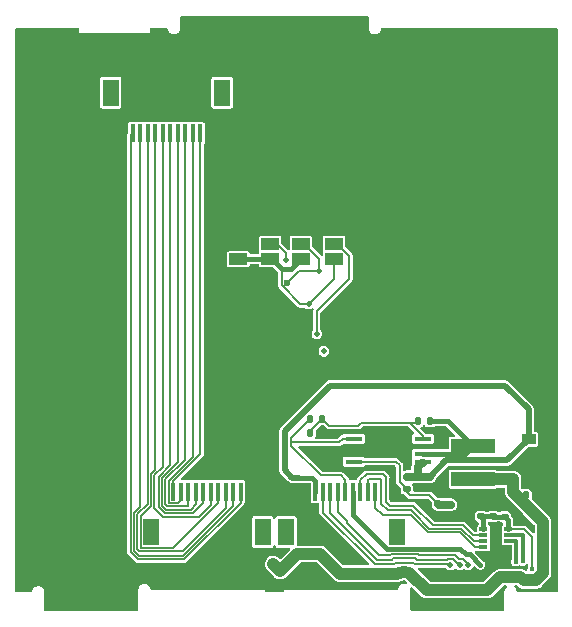
<source format=gbl>
%TF.GenerationSoftware,KiCad,Pcbnew,7.0.2*%
%TF.CreationDate,2023-07-30T22:14:57-04:00*%
%TF.ProjectId,ExternalFaces,45787465-726e-4616-9c46-616365732e6b,rev?*%
%TF.SameCoordinates,Original*%
%TF.FileFunction,Copper,L4,Bot*%
%TF.FilePolarity,Positive*%
%FSLAX46Y46*%
G04 Gerber Fmt 4.6, Leading zero omitted, Abs format (unit mm)*
G04 Created by KiCad (PCBNEW 7.0.2) date 2023-07-30 22:14:57*
%MOMM*%
%LPD*%
G01*
G04 APERTURE LIST*
G04 Aperture macros list*
%AMRoundRect*
0 Rectangle with rounded corners*
0 $1 Rounding radius*
0 $2 $3 $4 $5 $6 $7 $8 $9 X,Y pos of 4 corners*
0 Add a 4 corners polygon primitive as box body*
4,1,4,$2,$3,$4,$5,$6,$7,$8,$9,$2,$3,0*
0 Add four circle primitives for the rounded corners*
1,1,$1+$1,$2,$3*
1,1,$1+$1,$4,$5*
1,1,$1+$1,$6,$7*
1,1,$1+$1,$8,$9*
0 Add four rect primitives between the rounded corners*
20,1,$1+$1,$2,$3,$4,$5,0*
20,1,$1+$1,$4,$5,$6,$7,0*
20,1,$1+$1,$6,$7,$8,$9,0*
20,1,$1+$1,$8,$9,$2,$3,0*%
G04 Aperture macros list end*
%TA.AperFunction,SMDPad,CuDef*%
%ADD10RoundRect,0.135000X-0.185000X0.135000X-0.185000X-0.135000X0.185000X-0.135000X0.185000X0.135000X0*%
%TD*%
%TA.AperFunction,SMDPad,CuDef*%
%ADD11R,1.500000X1.000000*%
%TD*%
%TA.AperFunction,SMDPad,CuDef*%
%ADD12R,0.380000X1.520000*%
%TD*%
%TA.AperFunction,SMDPad,CuDef*%
%ADD13R,1.400000X2.290000*%
%TD*%
%TA.AperFunction,SMDPad,CuDef*%
%ADD14RoundRect,0.140000X0.140000X0.170000X-0.140000X0.170000X-0.140000X-0.170000X0.140000X-0.170000X0*%
%TD*%
%TA.AperFunction,SMDPad,CuDef*%
%ADD15RoundRect,0.140000X0.170000X-0.140000X0.170000X0.140000X-0.170000X0.140000X-0.170000X-0.140000X0*%
%TD*%
%TA.AperFunction,SMDPad,CuDef*%
%ADD16R,0.700000X0.300000*%
%TD*%
%TA.AperFunction,SMDPad,CuDef*%
%ADD17R,1.000000X1.700000*%
%TD*%
%TA.AperFunction,SMDPad,CuDef*%
%ADD18RoundRect,0.140000X-0.170000X0.140000X-0.170000X-0.140000X0.170000X-0.140000X0.170000X0.140000X0*%
%TD*%
%TA.AperFunction,SMDPad,CuDef*%
%ADD19R,1.475000X0.450000*%
%TD*%
%TA.AperFunction,SMDPad,CuDef*%
%ADD20RoundRect,0.135000X0.135000X0.185000X-0.135000X0.185000X-0.135000X-0.185000X0.135000X-0.185000X0*%
%TD*%
%TA.AperFunction,SMDPad,CuDef*%
%ADD21RoundRect,0.140000X-0.140000X-0.170000X0.140000X-0.170000X0.140000X0.170000X-0.140000X0.170000X0*%
%TD*%
%TA.AperFunction,SMDPad,CuDef*%
%ADD22R,3.700000X1.200000*%
%TD*%
%TA.AperFunction,SMDPad,CuDef*%
%ADD23R,1.200000X0.900000*%
%TD*%
%TA.AperFunction,SMDPad,CuDef*%
%ADD24RoundRect,0.135000X-0.135000X-0.185000X0.135000X-0.185000X0.135000X0.185000X-0.135000X0.185000X0*%
%TD*%
%TA.AperFunction,ViaPad*%
%ADD25C,0.600000*%
%TD*%
%TA.AperFunction,ViaPad*%
%ADD26C,0.500000*%
%TD*%
%TA.AperFunction,ViaPad*%
%ADD27C,0.400000*%
%TD*%
%TA.AperFunction,Conductor*%
%ADD28C,0.200000*%
%TD*%
%TA.AperFunction,Conductor*%
%ADD29C,0.150000*%
%TD*%
%TA.AperFunction,Conductor*%
%ADD30C,0.400000*%
%TD*%
%TA.AperFunction,Conductor*%
%ADD31C,0.700000*%
%TD*%
%TA.AperFunction,Conductor*%
%ADD32C,1.000000*%
%TD*%
%TA.AperFunction,Conductor*%
%ADD33C,0.300000*%
%TD*%
%TA.AperFunction,Conductor*%
%ADD34C,0.500000*%
%TD*%
G04 APERTURE END LIST*
D10*
X139720000Y-110830000D03*
X139720000Y-111850000D03*
D11*
X125450000Y-92400000D03*
X125450000Y-91100000D03*
D12*
X120577500Y-112070000D03*
X119942500Y-112070000D03*
X121847500Y-112070000D03*
X121212500Y-112070000D03*
X123117500Y-112070000D03*
X122482500Y-112070000D03*
X124387500Y-112070000D03*
X123752500Y-112070000D03*
X125657500Y-112070000D03*
X125022500Y-112070000D03*
D13*
X127510000Y-115500000D03*
X118090000Y-115500000D03*
D14*
X132480000Y-107100000D03*
X131520000Y-107100000D03*
D15*
X147000000Y-114180000D03*
X147000000Y-113220000D03*
D16*
X148300000Y-115270000D03*
X148300000Y-115770000D03*
X148300000Y-116270000D03*
X148300000Y-116770000D03*
X146200000Y-116770000D03*
X146200000Y-116270000D03*
X146200000Y-115770000D03*
X146200000Y-115270000D03*
D17*
X147250000Y-116020000D03*
D18*
X140660000Y-110830000D03*
X140660000Y-111790000D03*
D19*
X141088000Y-107595000D03*
X141088000Y-108245000D03*
X141088000Y-108895000D03*
X141088000Y-109545000D03*
X135212000Y-109545000D03*
X135212000Y-108895000D03*
X135212000Y-108245000D03*
X135212000Y-107595000D03*
D20*
X132570000Y-105920000D03*
X131550000Y-105920000D03*
D12*
X131977500Y-112070000D03*
X131342500Y-112070000D03*
X133247500Y-112070000D03*
X132612500Y-112070000D03*
X134517500Y-112070000D03*
X133882500Y-112070000D03*
X135787500Y-112070000D03*
X135152500Y-112070000D03*
X137057500Y-112070000D03*
X136422500Y-112070000D03*
D13*
X138910000Y-115500000D03*
X129490000Y-115500000D03*
D10*
X142392000Y-113130000D03*
X142392000Y-114150000D03*
D21*
X149800000Y-112400000D03*
X150760000Y-112400000D03*
D11*
X133550000Y-92400000D03*
X133550000Y-91100000D03*
D15*
X146000000Y-114180000D03*
X146000000Y-113220000D03*
D18*
X143430000Y-113180000D03*
X143430000Y-114140000D03*
D11*
X130750000Y-92400000D03*
X130750000Y-91100000D03*
D22*
X145310000Y-108230000D03*
X145310000Y-111030000D03*
D11*
X128150000Y-92400000D03*
X128150000Y-91100000D03*
D18*
X141650000Y-110830000D03*
X141650000Y-111790000D03*
X148000000Y-113232500D03*
X148000000Y-114192500D03*
D23*
X150020000Y-107650000D03*
X150020000Y-110950000D03*
D24*
X140690000Y-106100000D03*
X141710000Y-106100000D03*
D12*
X121582500Y-81730000D03*
X122217500Y-81730000D03*
X120312500Y-81730000D03*
X120947500Y-81730000D03*
X119042500Y-81730000D03*
X119677500Y-81730000D03*
X117772500Y-81730000D03*
X118407500Y-81730000D03*
X116502500Y-81730000D03*
X117137500Y-81730000D03*
D13*
X114650000Y-78300000D03*
X124070000Y-78300000D03*
D25*
X129600000Y-94400000D03*
D26*
X132300000Y-93400000D03*
X144200000Y-118300000D03*
X132400000Y-119450000D03*
X152000000Y-95600000D03*
X107000000Y-73300000D03*
X147400000Y-121500000D03*
X106950000Y-95550000D03*
X107500000Y-119650000D03*
X152000000Y-73300000D03*
X125950000Y-118500000D03*
X136000000Y-72400000D03*
D25*
X133100000Y-96700000D03*
D26*
X137950000Y-73250000D03*
X152000000Y-108550000D03*
X127000000Y-119800000D03*
X152000000Y-97800000D03*
X121250000Y-72500000D03*
X151950000Y-112400000D03*
X117500000Y-119000000D03*
D27*
X147553173Y-118234462D03*
D26*
X107000000Y-97800000D03*
X151950000Y-110900000D03*
D25*
X125500000Y-99600000D03*
D26*
X140700000Y-121400000D03*
X131400000Y-96200000D03*
X144900000Y-118300000D03*
X129450000Y-92500000D03*
X132100000Y-98700000D03*
X143400000Y-118300000D03*
X128400000Y-118200000D03*
X129000000Y-118800000D03*
D27*
X145950000Y-118280000D03*
X150330000Y-118630000D03*
X148950000Y-118010000D03*
X149510000Y-117980000D03*
D26*
X132700000Y-100200000D03*
D28*
X132300000Y-92400000D02*
X132300000Y-93400000D01*
D29*
X144200000Y-118300000D02*
X144040000Y-118140000D01*
D28*
X130750000Y-91100000D02*
X131000000Y-91100000D01*
D29*
X143147182Y-117775000D02*
X143092182Y-117830000D01*
X143982463Y-118140000D02*
X143617463Y-117775000D01*
X140431694Y-117703219D02*
X138568306Y-117703219D01*
X143617463Y-117775000D02*
X143147182Y-117775000D01*
D28*
X130600000Y-93400000D02*
X132300000Y-93400000D01*
D29*
X138441525Y-117830000D02*
X137155686Y-117830000D01*
X143092182Y-117830000D02*
X140558475Y-117830000D01*
X138568306Y-117703219D02*
X138441525Y-117830000D01*
D28*
X129600000Y-94400000D02*
X130600000Y-93400000D01*
D29*
X140558475Y-117830000D02*
X140431694Y-117703219D01*
X144040000Y-118140000D02*
X143982463Y-118140000D01*
D28*
X131000000Y-91100000D02*
X132300000Y-92400000D01*
D29*
X133247500Y-113921814D02*
X133247500Y-112070000D01*
X137155686Y-117830000D02*
X133247500Y-113921814D01*
D28*
X147835823Y-118234462D02*
X148300000Y-117770285D01*
X147700000Y-116770000D02*
X147250000Y-116320000D01*
X148300000Y-117770285D02*
X148300000Y-116770000D01*
X147553173Y-118234462D02*
X147835823Y-118234462D01*
X148300000Y-116770000D02*
X147700000Y-116770000D01*
X147250000Y-116320000D02*
X147250000Y-116020000D01*
D30*
X129150000Y-93250000D02*
X129900000Y-93250000D01*
D28*
X129110000Y-93290000D02*
X129110000Y-94602965D01*
X129150000Y-93250000D02*
X129110000Y-93290000D01*
D30*
X128150000Y-92400000D02*
X125550000Y-92400000D01*
D28*
X130707035Y-96200000D02*
X131400000Y-96200000D01*
D30*
X129900000Y-93250000D02*
X130750000Y-92400000D01*
D28*
X133550000Y-92400000D02*
X133550000Y-94050000D01*
X133550000Y-94050000D02*
X131400000Y-96200000D01*
D30*
X128150000Y-92400000D02*
X128300000Y-92400000D01*
D28*
X129110000Y-94602965D02*
X130707035Y-96200000D01*
D30*
X128300000Y-92400000D02*
X129150000Y-93250000D01*
D28*
X139100000Y-111230000D02*
X139100000Y-109860000D01*
X135212000Y-109545000D02*
X138785000Y-109545000D01*
X139720000Y-111850000D02*
X139720000Y-112146817D01*
X141632000Y-112370000D02*
X142392000Y-113130000D01*
X139720000Y-111850000D02*
X139100000Y-111230000D01*
X139720000Y-112146817D02*
X139943183Y-112370000D01*
X138785000Y-109545000D02*
X139100000Y-109860000D01*
D31*
X142442000Y-113180000D02*
X142392000Y-113130000D01*
D28*
X139943183Y-112370000D02*
X141632000Y-112370000D01*
D31*
X143430000Y-113180000D02*
X142442000Y-113180000D01*
D29*
X140647378Y-117353219D02*
X138423332Y-117353219D01*
X144097437Y-117760000D02*
X143762437Y-117425000D01*
D28*
X129450000Y-91850000D02*
X129450000Y-92500000D01*
D29*
X137353224Y-117480000D02*
X134627500Y-114754276D01*
X142926496Y-117430000D02*
X140724159Y-117430000D01*
X144900000Y-118222182D02*
X144437818Y-117760000D01*
X138296551Y-117480000D02*
X137353224Y-117480000D01*
D28*
X128700000Y-91100000D02*
X129450000Y-91850000D01*
D29*
X138423332Y-117353219D02*
X138296551Y-117480000D01*
D28*
X128150000Y-91100000D02*
X128600000Y-91100000D01*
D29*
X144437818Y-117760000D02*
X144097437Y-117760000D01*
D28*
X128600000Y-91100000D02*
X128700000Y-91100000D01*
D29*
X142931496Y-117425000D02*
X142926496Y-117430000D01*
X140724159Y-117430000D02*
X140647378Y-117353219D01*
X143762437Y-117425000D02*
X142931496Y-117425000D01*
X134627500Y-114754276D02*
X134627500Y-114577500D01*
X133882500Y-113832500D02*
X133882500Y-112070000D01*
X134627500Y-114577500D02*
X133882500Y-113832500D01*
X144900000Y-118300000D02*
X144900000Y-118222182D01*
D28*
X132612500Y-113852500D02*
X132612500Y-112070000D01*
X134850000Y-92150000D02*
X134850000Y-94050000D01*
X138607211Y-118230000D02*
X136990000Y-118230000D01*
X133800000Y-91100000D02*
X134850000Y-92150000D01*
X143400000Y-118300000D02*
X143330000Y-118230000D01*
X143330000Y-118230000D02*
X140392789Y-118230000D01*
X133550000Y-91100000D02*
X133800000Y-91100000D01*
X140241008Y-118078219D02*
X138758992Y-118078219D01*
X134850000Y-94050000D02*
X132100000Y-96800000D01*
X136990000Y-118230000D02*
X132612500Y-113852500D01*
X138758992Y-118078219D02*
X138607211Y-118230000D01*
X140392789Y-118230000D02*
X140241008Y-118078219D01*
X132100000Y-96800000D02*
X132100000Y-98700000D01*
D32*
X151230000Y-114610000D02*
X149130000Y-112510000D01*
X139072356Y-118943581D02*
X139500000Y-118882094D01*
X146536302Y-120400000D02*
X147613246Y-119323056D01*
X134060000Y-119030000D02*
X138883124Y-119030000D01*
X149640252Y-119600000D02*
X150632793Y-119600000D01*
X150632793Y-119600000D02*
X151230000Y-119002793D01*
X151230000Y-119002793D02*
X151230000Y-114610000D01*
X130455000Y-117345000D02*
X132375000Y-117345000D01*
X148720000Y-111030000D02*
X145310000Y-111030000D01*
X139500000Y-118882094D02*
X139927644Y-118943581D01*
X132375000Y-117345000D02*
X134060000Y-119030000D01*
X148720000Y-112100000D02*
X148720000Y-111030000D01*
X129000000Y-118800000D02*
X128400000Y-118200000D01*
X139927644Y-118943581D02*
X141384063Y-120400000D01*
X149320642Y-119323056D02*
X149640252Y-119600000D01*
X138883124Y-119030000D02*
X139072356Y-118943581D01*
X129000000Y-118800000D02*
X130455000Y-117345000D01*
X149130000Y-112510000D02*
X148720000Y-112100000D01*
X141384063Y-120400000D02*
X146536302Y-120400000D01*
X147613246Y-119323056D02*
X149320642Y-119323056D01*
D28*
X149636396Y-115270000D02*
X148300000Y-115270000D01*
D30*
X144235000Y-116935000D02*
X144700000Y-117400000D01*
X146000000Y-114180000D02*
X147000000Y-114180000D01*
X135152500Y-112070000D02*
X135152500Y-114052500D01*
X147012500Y-114192500D02*
X147000000Y-114180000D01*
X135152500Y-114052500D02*
X138035000Y-116935000D01*
D28*
X150300000Y-118600000D02*
X150300000Y-115933604D01*
D30*
X148300000Y-115270000D02*
X148300000Y-114492500D01*
X144700000Y-117400000D02*
X145070000Y-117400000D01*
X145070000Y-117400000D02*
X145950000Y-118280000D01*
D28*
X150300000Y-115933604D02*
X149636396Y-115270000D01*
D30*
X148000000Y-114192500D02*
X147012500Y-114192500D01*
X146200000Y-115270000D02*
X146200000Y-114380000D01*
X148300000Y-114492500D02*
X148000000Y-114192500D01*
X138035000Y-116935000D02*
X144235000Y-116935000D01*
D28*
X150330000Y-118630000D02*
X150300000Y-118600000D01*
D30*
X146200000Y-114380000D02*
X146000000Y-114180000D01*
D33*
X148950000Y-118010000D02*
X148950000Y-117390000D01*
X149510000Y-117980000D02*
X149510000Y-115780000D01*
X149000000Y-117340000D02*
X149000000Y-116320000D01*
X148950000Y-117390000D02*
X149000000Y-117340000D01*
X149510000Y-115780000D02*
X149500000Y-115770000D01*
X149000000Y-116320000D02*
X148950000Y-116270000D01*
X148950000Y-116270000D02*
X148300000Y-116270000D01*
X149500000Y-115770000D02*
X148300000Y-115770000D01*
D28*
X141500000Y-115500000D02*
X144198628Y-115500000D01*
X137665000Y-114055000D02*
X140055000Y-114055000D01*
X140055000Y-114055000D02*
X141500000Y-115500000D01*
X137057500Y-113447500D02*
X137665000Y-114055000D01*
X144198628Y-115500000D02*
X145468628Y-116770000D01*
X145468628Y-116770000D02*
X146200000Y-116770000D01*
X137057500Y-112070000D02*
X137057500Y-113447500D01*
X136422500Y-112070000D02*
X136422500Y-111110000D01*
X136522500Y-111010000D02*
X137547500Y-111010000D01*
X138095000Y-113655000D02*
X140075685Y-113655000D01*
X137547500Y-113107500D02*
X138095000Y-113655000D01*
X145378044Y-116270000D02*
X146200000Y-116270000D01*
X140075685Y-113655000D02*
X140310000Y-113889315D01*
X140310000Y-113889315D02*
X140310000Y-113900584D01*
X140310000Y-113900584D02*
X141619915Y-115210499D01*
X136422500Y-111110000D02*
X136522500Y-111010000D01*
X141619915Y-115210499D02*
X144318543Y-115210499D01*
X144318543Y-115210499D02*
X145378044Y-116270000D01*
X137547500Y-111010000D02*
X137547500Y-113107500D01*
X137693185Y-110590000D02*
X137947500Y-110844315D01*
X140241371Y-113255000D02*
X141907369Y-114920998D01*
X144438458Y-114920998D02*
X145287460Y-115770000D01*
X136307500Y-110590000D02*
X137693185Y-110590000D01*
X138260686Y-113255000D02*
X140241371Y-113255000D01*
X145287460Y-115770000D02*
X146200000Y-115770000D01*
X135787500Y-111110000D02*
X136307500Y-110590000D01*
X137947500Y-112941814D02*
X138260686Y-113255000D01*
X141907369Y-114920998D02*
X144438458Y-114920998D01*
X135787500Y-112070000D02*
X135787500Y-111110000D01*
X137947500Y-110844315D02*
X137947500Y-112941814D01*
X135860000Y-106240000D02*
X135600000Y-106500000D01*
X135600000Y-106500000D02*
X133150000Y-106500000D01*
X131520000Y-106970000D02*
X132570000Y-105920000D01*
X140550000Y-106240000D02*
X140690000Y-106100000D01*
X139950000Y-106240000D02*
X141088000Y-107378000D01*
X131520000Y-107100000D02*
X131520000Y-106970000D01*
X139950000Y-106240000D02*
X140550000Y-106240000D01*
X139950000Y-106240000D02*
X135860000Y-106240000D01*
X141088000Y-107378000D02*
X141088000Y-107595000D01*
X133150000Y-106500000D02*
X132570000Y-105920000D01*
D34*
X148235499Y-109434501D02*
X143045499Y-109434501D01*
X143045499Y-109434501D02*
X141650000Y-110830000D01*
X150020000Y-105120000D02*
X148000000Y-103100000D01*
D31*
X140660000Y-109973000D02*
X140963000Y-109670000D01*
D30*
X131712500Y-110910000D02*
X131977500Y-111175000D01*
D34*
X150020000Y-107650000D02*
X148235499Y-109434501D01*
D30*
X131977500Y-111175000D02*
X131977500Y-112070000D01*
D31*
X140963000Y-109670000D02*
X141088000Y-109670000D01*
D34*
X133222685Y-103100000D02*
X129360000Y-106962685D01*
X129360000Y-106962685D02*
X129360000Y-110237818D01*
D30*
X130600000Y-110910000D02*
X131712500Y-110910000D01*
D31*
X140660000Y-110830000D02*
X139750000Y-110830000D01*
D34*
X150020000Y-107650000D02*
X150020000Y-105120000D01*
X130032182Y-110910000D02*
X130600000Y-110910000D01*
X148000000Y-103100000D02*
X133222685Y-103100000D01*
D31*
X140660000Y-110830000D02*
X140660000Y-109973000D01*
D34*
X129360000Y-110237818D02*
X130032182Y-110910000D01*
D31*
X141650000Y-110830000D02*
X140660000Y-110830000D01*
D30*
X141088000Y-108895000D02*
X144645000Y-108895000D01*
X141710000Y-106100000D02*
X143180000Y-106100000D01*
X143180000Y-106100000D02*
X145310000Y-108230000D01*
X144645000Y-108895000D02*
X145310000Y-108230000D01*
D28*
X134274500Y-107595000D02*
X135212000Y-107595000D01*
X129910000Y-107910000D02*
X133959500Y-107910000D01*
X134107500Y-110700000D02*
X132427500Y-110700000D01*
X129910000Y-107560000D02*
X131550000Y-105920000D01*
X132427500Y-110700000D02*
X129910000Y-108182500D01*
X133959500Y-107910000D02*
X134274500Y-107595000D01*
X134517500Y-111110000D02*
X134107500Y-110700000D01*
X129910000Y-108182500D02*
X129910000Y-107910000D01*
X129910000Y-107910000D02*
X129910000Y-107560000D01*
X134517500Y-112070000D02*
X134517500Y-111110000D01*
X121582500Y-81730000D02*
X121582500Y-109143630D01*
X119562500Y-111163630D02*
X119562500Y-113020000D01*
X120322500Y-113020000D02*
X120577500Y-112765000D01*
X119562500Y-113020000D02*
X120322500Y-113020000D01*
X121582500Y-109143630D02*
X119562500Y-111163630D01*
X120577500Y-112765000D02*
X120577500Y-112070000D01*
X122217500Y-108918046D02*
X119942500Y-111193046D01*
X119942500Y-111193046D02*
X119942500Y-112070000D01*
X122217500Y-81730000D02*
X122217500Y-108918046D01*
X118982999Y-110924299D02*
X118982999Y-113259331D01*
X118982999Y-113259331D02*
X119323169Y-113599501D01*
X121400499Y-113599501D02*
X121847500Y-113152500D01*
X120312500Y-109594798D02*
X118982999Y-110924299D01*
X121847500Y-113152500D02*
X121847500Y-112070000D01*
X120312500Y-81730000D02*
X120312500Y-109594798D01*
X119323169Y-113599501D02*
X121400499Y-113599501D01*
X119272500Y-113139416D02*
X119443084Y-113310000D01*
X119443084Y-113310000D02*
X121177500Y-113310000D01*
X121212500Y-113275000D02*
X121212500Y-112070000D01*
X121177500Y-113310000D02*
X121212500Y-113275000D01*
X119272500Y-111044214D02*
X119272500Y-113139416D01*
X120947500Y-81730000D02*
X120947500Y-109369214D01*
X120947500Y-109369214D02*
X119272500Y-111044214D01*
X118351502Y-113446666D02*
X119104836Y-114200000D01*
X119042500Y-110002336D02*
X118351502Y-110693334D01*
X122100000Y-114200000D02*
X123117500Y-113182500D01*
X123117500Y-113182500D02*
X123117500Y-112070000D01*
X119104836Y-114200000D02*
X122100000Y-114200000D01*
X119042500Y-81730000D02*
X119042500Y-110002336D01*
X118351502Y-110693334D02*
X118351502Y-113446666D01*
X122482500Y-113030000D02*
X122482500Y-112070000D01*
X119677500Y-81730000D02*
X119677500Y-109820382D01*
X119677500Y-109820382D02*
X118692999Y-110804883D01*
X119203753Y-113889501D02*
X121622999Y-113889501D01*
X121622999Y-113889501D02*
X122482500Y-113030000D01*
X118692999Y-110804883D02*
X118692999Y-113378747D01*
X118692999Y-113378747D02*
X119203753Y-113889501D01*
X116910000Y-116955122D02*
X117079878Y-117125000D01*
X116910000Y-113998004D02*
X116910000Y-116955122D01*
X117772500Y-113135504D02*
X116910000Y-113998004D01*
X124387500Y-113481168D02*
X124387500Y-112070000D01*
X117772500Y-81730000D02*
X117772500Y-113135504D01*
X117079878Y-117125000D02*
X120743668Y-117125000D01*
X120743668Y-117125000D02*
X124387500Y-113481168D01*
X118062001Y-110573419D02*
X118062001Y-113255419D01*
X119947500Y-116835000D02*
X123752500Y-113030000D01*
X118407500Y-81730000D02*
X118407500Y-110227920D01*
X117200000Y-114117420D02*
X117200000Y-116835000D01*
X117200000Y-116835000D02*
X119947500Y-116835000D01*
X118062001Y-113255419D02*
X117200000Y-114117420D01*
X123752500Y-113030000D02*
X123752500Y-112070000D01*
X118407500Y-110227920D02*
X118062001Y-110573419D01*
X116502500Y-81730000D02*
X116330000Y-81902500D01*
X116330000Y-117195366D02*
X116934634Y-117800000D01*
X120887500Y-117800000D02*
X125657500Y-113030000D01*
X125657500Y-113030000D02*
X125657500Y-112070000D01*
X116330000Y-81902500D02*
X116330000Y-117195366D01*
X116934634Y-117800000D02*
X120887500Y-117800000D01*
X117044756Y-117500000D02*
X120778084Y-117500000D01*
X116620000Y-113878588D02*
X116620000Y-117075244D01*
X120778084Y-117500000D02*
X125022500Y-113255584D01*
X116620000Y-117075244D02*
X117044756Y-117500000D01*
X125022500Y-113255584D02*
X125022500Y-112070000D01*
X117137500Y-113361088D02*
X116620000Y-113878588D01*
X117137500Y-81730000D02*
X117137500Y-113361088D01*
%TA.AperFunction,Conductor*%
G36*
X136433691Y-71844407D02*
G01*
X136469655Y-71893907D01*
X136474500Y-71924500D01*
X136474500Y-72791714D01*
X136474500Y-72791715D01*
X136474500Y-72800000D01*
X136474500Y-72869183D01*
X136510312Y-73002836D01*
X136579495Y-73122665D01*
X136677335Y-73220505D01*
X136797164Y-73289688D01*
X136930817Y-73325500D01*
X136930818Y-73325500D01*
X137069182Y-73325500D01*
X137069183Y-73325500D01*
X137202836Y-73289688D01*
X137322665Y-73220505D01*
X137420505Y-73122665D01*
X137489688Y-73002836D01*
X137517543Y-72898875D01*
X137550867Y-72847563D01*
X137607989Y-72825636D01*
X137613170Y-72825500D01*
X139494928Y-72825500D01*
X152375500Y-72825500D01*
X152433691Y-72844407D01*
X152469655Y-72893907D01*
X152474500Y-72924500D01*
X152474500Y-120475500D01*
X152455593Y-120533691D01*
X152406093Y-120569655D01*
X152375500Y-120574500D01*
X149113170Y-120574500D01*
X149054979Y-120555593D01*
X149019015Y-120506093D01*
X149017548Y-120501142D01*
X148989688Y-120397164D01*
X148920505Y-120277335D01*
X148835727Y-120192557D01*
X148807952Y-120138043D01*
X148817523Y-120077611D01*
X148860788Y-120034346D01*
X148905733Y-120023556D01*
X149022444Y-120023556D01*
X149080635Y-120042463D01*
X149087269Y-120047732D01*
X149106595Y-120064478D01*
X149141639Y-120094844D01*
X149150910Y-120104013D01*
X149172322Y-120128182D01*
X149207743Y-120152631D01*
X149211401Y-120155293D01*
X149213544Y-120157150D01*
X149245471Y-120178674D01*
X149312322Y-120224818D01*
X149312324Y-120224818D01*
X149315535Y-120227035D01*
X149319201Y-120228379D01*
X149319205Y-120228382D01*
X149395449Y-120256343D01*
X149471380Y-120285140D01*
X149471383Y-120285140D01*
X149475037Y-120286526D01*
X149478915Y-120286953D01*
X149478916Y-120286954D01*
X149529004Y-120292478D01*
X149559641Y-120295857D01*
X149564636Y-120296463D01*
X149597880Y-120300500D01*
X149600721Y-120300500D01*
X149605221Y-120300883D01*
X149636722Y-120304358D01*
X149648001Y-120305602D01*
X149648001Y-120305601D01*
X149648002Y-120305602D01*
X149680004Y-120301359D01*
X149693017Y-120300500D01*
X150608638Y-120300500D01*
X150614616Y-120300681D01*
X150675398Y-120304358D01*
X150675398Y-120304357D01*
X150675399Y-120304358D01*
X150735327Y-120293375D01*
X150741212Y-120292479D01*
X150801665Y-120285140D01*
X150813265Y-120280740D01*
X150830507Y-120275933D01*
X150842725Y-120273695D01*
X150898292Y-120248685D01*
X150903767Y-120246417D01*
X150960723Y-120224818D01*
X150970934Y-120217768D01*
X150986542Y-120208966D01*
X150997850Y-120203878D01*
X151045793Y-120166315D01*
X151050606Y-120162775D01*
X151100722Y-120128183D01*
X151141121Y-120082580D01*
X151145170Y-120078278D01*
X151708278Y-119515170D01*
X151712580Y-119511121D01*
X151758183Y-119470722D01*
X151792778Y-119420600D01*
X151796321Y-119415787D01*
X151826275Y-119377554D01*
X151833878Y-119367850D01*
X151838970Y-119356533D01*
X151847766Y-119340938D01*
X151854818Y-119330723D01*
X151876410Y-119273786D01*
X151878699Y-119268259D01*
X151893585Y-119235185D01*
X151903694Y-119212725D01*
X151905929Y-119200524D01*
X151910742Y-119183261D01*
X151915140Y-119171664D01*
X151922483Y-119111186D01*
X151923373Y-119105331D01*
X151934357Y-119045399D01*
X151930680Y-118984625D01*
X151930500Y-118978649D01*
X151930500Y-114634142D01*
X151930681Y-114628164D01*
X151932105Y-114604632D01*
X151933746Y-114577500D01*
X151934357Y-114567395D01*
X151934357Y-114567394D01*
X151923373Y-114507456D01*
X151922483Y-114501605D01*
X151915140Y-114441128D01*
X151910742Y-114429532D01*
X151905929Y-114412268D01*
X151903694Y-114400068D01*
X151885831Y-114360378D01*
X151878701Y-114344536D01*
X151876412Y-114339010D01*
X151868620Y-114318464D01*
X151854818Y-114282070D01*
X151851159Y-114276769D01*
X151847767Y-114271854D01*
X151838962Y-114256242D01*
X151833878Y-114244945D01*
X151833877Y-114244944D01*
X151833877Y-114244943D01*
X151796326Y-114197013D01*
X151792783Y-114192197D01*
X151758182Y-114142069D01*
X151712601Y-114101688D01*
X151708246Y-114097590D01*
X150308048Y-112697391D01*
X150280271Y-112642874D01*
X150279916Y-112615821D01*
X150279865Y-112616348D01*
X150279913Y-112615601D01*
X150279899Y-112614465D01*
X150280500Y-112609901D01*
X150280499Y-112190100D01*
X150273972Y-112140513D01*
X150223224Y-112031684D01*
X150138316Y-111946776D01*
X150138314Y-111946775D01*
X150138313Y-111946774D01*
X150029488Y-111896028D01*
X149983114Y-111889923D01*
X149979901Y-111889500D01*
X149976660Y-111889500D01*
X149623342Y-111889500D01*
X149623326Y-111889500D01*
X149620100Y-111889501D01*
X149616894Y-111889922D01*
X149616893Y-111889923D01*
X149562509Y-111897081D01*
X149502348Y-111885928D01*
X149479587Y-111868931D01*
X149449495Y-111838838D01*
X149421719Y-111784323D01*
X149420500Y-111768836D01*
X149420500Y-110944943D01*
X149411717Y-110909311D01*
X149409562Y-110897558D01*
X149405140Y-110861128D01*
X149405139Y-110861126D01*
X149405139Y-110861124D01*
X149392127Y-110826814D01*
X149388572Y-110815409D01*
X149379790Y-110779775D01*
X149362737Y-110747283D01*
X149357830Y-110736381D01*
X149344818Y-110702070D01*
X149323968Y-110671864D01*
X149317786Y-110661638D01*
X149300734Y-110629148D01*
X149300732Y-110629146D01*
X149300732Y-110629145D01*
X149276404Y-110601684D01*
X149269033Y-110592276D01*
X149248184Y-110562072D01*
X149220715Y-110537737D01*
X149212261Y-110529283D01*
X149203471Y-110519361D01*
X149187929Y-110501817D01*
X149157718Y-110480963D01*
X149148319Y-110473599D01*
X149120852Y-110449266D01*
X149120850Y-110449265D01*
X149120848Y-110449263D01*
X149088363Y-110432213D01*
X149078134Y-110426030D01*
X149047927Y-110405180D01*
X149013615Y-110392167D01*
X149002714Y-110387261D01*
X148970226Y-110370210D01*
X148934589Y-110361426D01*
X148923179Y-110357870D01*
X148888873Y-110344860D01*
X148852442Y-110340436D01*
X148840689Y-110338282D01*
X148805056Y-110329500D01*
X148805054Y-110329500D01*
X147386903Y-110329500D01*
X147328712Y-110310593D01*
X147304587Y-110285501D01*
X147304552Y-110285448D01*
X147238231Y-110241133D01*
X147179748Y-110229500D01*
X143440252Y-110229500D01*
X143434310Y-110230682D01*
X143381768Y-110241133D01*
X143315447Y-110285447D01*
X143271133Y-110351768D01*
X143269942Y-110357757D01*
X143259500Y-110410252D01*
X143259500Y-111649748D01*
X143271133Y-111708230D01*
X143271133Y-111708231D01*
X143315447Y-111774552D01*
X143346764Y-111795477D01*
X143381769Y-111818867D01*
X143440252Y-111830500D01*
X143440253Y-111830500D01*
X147179747Y-111830500D01*
X147179748Y-111830500D01*
X147238231Y-111818867D01*
X147304552Y-111774552D01*
X147304587Y-111774498D01*
X147352637Y-111736619D01*
X147386903Y-111730500D01*
X147920500Y-111730500D01*
X147978691Y-111749407D01*
X148014655Y-111798907D01*
X148019500Y-111829500D01*
X148019500Y-112075844D01*
X148019319Y-112081822D01*
X148015641Y-112142604D01*
X148026622Y-112202529D01*
X148027521Y-112208437D01*
X148034860Y-112268873D01*
X148039256Y-112280465D01*
X148044067Y-112297721D01*
X148046305Y-112309932D01*
X148071302Y-112365473D01*
X148073581Y-112370974D01*
X148088465Y-112410219D01*
X148095182Y-112427931D01*
X148102228Y-112438138D01*
X148111031Y-112453746D01*
X148116121Y-112465056D01*
X148153676Y-112512991D01*
X148157220Y-112517807D01*
X148191818Y-112567931D01*
X148237398Y-112608311D01*
X148241752Y-112612409D01*
X148604691Y-112975347D01*
X148604710Y-112975367D01*
X149560825Y-113931482D01*
X150500504Y-114871160D01*
X150528281Y-114925677D01*
X150529500Y-114941164D01*
X150529500Y-115499124D01*
X150510593Y-115557315D01*
X150461093Y-115593279D01*
X150399907Y-115593279D01*
X150360497Y-115569128D01*
X149894963Y-115103595D01*
X149885542Y-115090501D01*
X149845669Y-115054152D01*
X149842363Y-115050995D01*
X149829192Y-115037825D01*
X149829093Y-115037757D01*
X149818350Y-115029247D01*
X149797330Y-115010085D01*
X149797329Y-115010084D01*
X149788158Y-115006531D01*
X149767983Y-114995896D01*
X149759877Y-114990344D01*
X149732193Y-114983832D01*
X149719100Y-114979777D01*
X149692571Y-114969500D01*
X149692569Y-114969500D01*
X149682744Y-114969500D01*
X149660078Y-114966870D01*
X149650515Y-114964621D01*
X149650514Y-114964621D01*
X149622343Y-114968551D01*
X149608665Y-114969500D01*
X148815682Y-114969500D01*
X148760679Y-114952814D01*
X148744497Y-114942001D01*
X148706618Y-114893950D01*
X148700500Y-114859687D01*
X148700500Y-114429065D01*
X148693045Y-114406122D01*
X148689418Y-114391014D01*
X148685646Y-114367195D01*
X148674694Y-114345702D01*
X148668748Y-114331346D01*
X148661297Y-114308412D01*
X148661296Y-114308410D01*
X148647107Y-114288881D01*
X148639006Y-114275661D01*
X148628050Y-114254158D01*
X148605486Y-114231594D01*
X148605484Y-114231591D01*
X148566090Y-114192197D01*
X148539495Y-114165601D01*
X148511718Y-114111084D01*
X148510499Y-114095598D01*
X148510499Y-114015842D01*
X148510499Y-114012600D01*
X148503972Y-113963013D01*
X148453224Y-113854184D01*
X148368316Y-113769276D01*
X148368314Y-113769275D01*
X148368313Y-113769274D01*
X148259488Y-113718528D01*
X148213114Y-113712423D01*
X148209901Y-113712000D01*
X148206660Y-113712000D01*
X147793342Y-113712000D01*
X147793326Y-113712000D01*
X147790100Y-113712001D01*
X147786892Y-113712423D01*
X147786880Y-113712424D01*
X147740513Y-113718527D01*
X147615864Y-113776653D01*
X147614962Y-113774719D01*
X147583440Y-113790781D01*
X147567953Y-113792000D01*
X147444547Y-113792000D01*
X147386356Y-113773093D01*
X147374549Y-113763009D01*
X147368316Y-113756776D01*
X147368314Y-113756775D01*
X147368313Y-113756774D01*
X147259488Y-113706028D01*
X147213114Y-113699923D01*
X147209901Y-113699500D01*
X147206660Y-113699500D01*
X146793342Y-113699500D01*
X146793326Y-113699500D01*
X146790100Y-113699501D01*
X146786892Y-113699923D01*
X146786880Y-113699924D01*
X146740513Y-113706027D01*
X146615864Y-113764153D01*
X146614962Y-113762219D01*
X146583440Y-113778281D01*
X146567953Y-113779500D01*
X146432047Y-113779500D01*
X146384225Y-113763962D01*
X146384137Y-113764153D01*
X146382584Y-113763428D01*
X146373856Y-113760593D01*
X146370673Y-113757874D01*
X146259488Y-113706028D01*
X146213114Y-113699923D01*
X146209901Y-113699500D01*
X146206660Y-113699500D01*
X145793342Y-113699500D01*
X145793326Y-113699500D01*
X145790100Y-113699501D01*
X145786892Y-113699923D01*
X145786880Y-113699924D01*
X145740513Y-113706027D01*
X145631685Y-113756775D01*
X145546774Y-113841686D01*
X145496028Y-113950511D01*
X145489923Y-113996885D01*
X145489500Y-114000099D01*
X145489500Y-114003338D01*
X145489500Y-114003339D01*
X145489500Y-114356657D01*
X145489500Y-114356672D01*
X145489501Y-114359900D01*
X145489923Y-114363108D01*
X145489924Y-114363119D01*
X145496027Y-114409486D01*
X145510782Y-114441127D01*
X145546776Y-114518316D01*
X145631684Y-114603224D01*
X145740513Y-114653972D01*
X145740517Y-114653972D01*
X145742339Y-114654822D01*
X145787087Y-114696550D01*
X145799500Y-114744547D01*
X145799500Y-114859687D01*
X145780593Y-114917878D01*
X145755502Y-114942002D01*
X145705447Y-114975447D01*
X145661133Y-115041768D01*
X145649500Y-115100253D01*
X145649500Y-115370500D01*
X145630593Y-115428691D01*
X145581093Y-115464655D01*
X145550500Y-115469500D01*
X145452939Y-115469500D01*
X145394748Y-115450593D01*
X145382935Y-115440504D01*
X144697024Y-114754593D01*
X144687603Y-114741499D01*
X144647731Y-114705150D01*
X144644425Y-114701993D01*
X144631254Y-114688823D01*
X144631155Y-114688755D01*
X144620412Y-114680245D01*
X144605304Y-114666472D01*
X144599391Y-114661082D01*
X144590220Y-114657529D01*
X144570045Y-114646894D01*
X144561939Y-114641342D01*
X144534255Y-114634830D01*
X144521162Y-114630775D01*
X144494633Y-114620498D01*
X144494631Y-114620498D01*
X144484806Y-114620498D01*
X144462140Y-114617868D01*
X144452577Y-114615619D01*
X144452576Y-114615619D01*
X144424405Y-114619549D01*
X144410727Y-114620498D01*
X142072848Y-114620498D01*
X142014657Y-114601591D01*
X142002844Y-114591502D01*
X140499937Y-113088595D01*
X140490516Y-113075501D01*
X140471349Y-113058028D01*
X140450644Y-113039152D01*
X140447338Y-113035995D01*
X140434167Y-113022825D01*
X140434068Y-113022757D01*
X140423325Y-113014247D01*
X140402305Y-112995085D01*
X140402304Y-112995084D01*
X140393133Y-112991531D01*
X140372958Y-112980896D01*
X140364852Y-112975344D01*
X140337168Y-112968832D01*
X140324075Y-112964777D01*
X140297546Y-112954500D01*
X140297544Y-112954500D01*
X140287719Y-112954500D01*
X140265053Y-112951870D01*
X140255490Y-112949621D01*
X140255489Y-112949621D01*
X140227318Y-112953551D01*
X140213640Y-112954500D01*
X138426165Y-112954500D01*
X138367974Y-112935593D01*
X138356161Y-112925503D01*
X138276996Y-112846337D01*
X138249219Y-112791820D01*
X138248000Y-112776334D01*
X138248000Y-110909482D01*
X138250597Y-110893562D01*
X138249177Y-110862853D01*
X138248106Y-110839673D01*
X138248000Y-110835101D01*
X138248000Y-110816471D01*
X138247980Y-110816365D01*
X138246398Y-110802745D01*
X138245085Y-110774324D01*
X138241114Y-110765331D01*
X138234366Y-110743540D01*
X138232561Y-110733882D01*
X138217586Y-110709696D01*
X138211193Y-110697566D01*
X138199706Y-110671549D01*
X138192756Y-110664599D01*
X138178590Y-110646714D01*
X138173419Y-110638363D01*
X138150721Y-110621222D01*
X138140379Y-110612223D01*
X137951751Y-110423595D01*
X137942330Y-110410501D01*
X137936495Y-110405182D01*
X137902458Y-110374152D01*
X137899152Y-110370995D01*
X137885981Y-110357825D01*
X137885882Y-110357757D01*
X137875139Y-110349247D01*
X137870198Y-110344743D01*
X137854118Y-110330084D01*
X137844947Y-110326531D01*
X137824772Y-110315896D01*
X137816666Y-110310344D01*
X137788982Y-110303832D01*
X137775889Y-110299777D01*
X137749360Y-110289500D01*
X137749358Y-110289500D01*
X137739533Y-110289500D01*
X137716867Y-110286870D01*
X137707304Y-110284621D01*
X137707303Y-110284621D01*
X137679132Y-110288551D01*
X137665454Y-110289500D01*
X136372665Y-110289500D01*
X136356744Y-110286902D01*
X136302858Y-110289394D01*
X136298286Y-110289500D01*
X136279654Y-110289500D01*
X136279531Y-110289523D01*
X136265920Y-110291101D01*
X136237508Y-110292414D01*
X136228515Y-110296385D01*
X136206728Y-110303132D01*
X136197066Y-110304938D01*
X136172881Y-110319912D01*
X136160761Y-110326301D01*
X136134734Y-110337794D01*
X136127785Y-110344743D01*
X136109908Y-110358904D01*
X136101547Y-110364081D01*
X136084407Y-110386777D01*
X136075410Y-110397117D01*
X135621089Y-110851438D01*
X135607997Y-110860859D01*
X135571641Y-110900737D01*
X135568489Y-110904038D01*
X135555325Y-110917203D01*
X135555254Y-110917307D01*
X135546756Y-110928034D01*
X135527583Y-110949067D01*
X135524030Y-110958238D01*
X135513395Y-110978414D01*
X135507843Y-110986519D01*
X135501330Y-111014207D01*
X135497276Y-111027299D01*
X135488097Y-111050993D01*
X135449446Y-111098424D01*
X135390297Y-111114078D01*
X135376471Y-111112328D01*
X135362251Y-111109500D01*
X135362248Y-111109500D01*
X134942752Y-111109500D01*
X134942751Y-111109500D01*
X134931424Y-111111753D01*
X134870663Y-111104561D01*
X134825733Y-111063027D01*
X134821547Y-111054645D01*
X134815085Y-111040010D01*
X134815085Y-111040009D01*
X134811114Y-111031016D01*
X134804366Y-111009225D01*
X134802561Y-110999567D01*
X134802560Y-110999565D01*
X134787586Y-110975381D01*
X134781193Y-110963251D01*
X134769706Y-110937234D01*
X134762756Y-110930284D01*
X134748590Y-110912399D01*
X134743419Y-110904048D01*
X134720721Y-110886907D01*
X134710379Y-110877908D01*
X134366066Y-110533595D01*
X134356645Y-110520501D01*
X134316773Y-110484152D01*
X134313467Y-110480995D01*
X134300296Y-110467825D01*
X134300197Y-110467757D01*
X134289454Y-110459247D01*
X134268434Y-110440085D01*
X134268433Y-110440084D01*
X134259262Y-110436531D01*
X134239087Y-110425896D01*
X134230981Y-110420344D01*
X134203297Y-110413832D01*
X134190204Y-110409777D01*
X134163675Y-110399500D01*
X134163673Y-110399500D01*
X134153848Y-110399500D01*
X134131182Y-110396870D01*
X134121619Y-110394621D01*
X134121618Y-110394621D01*
X134093447Y-110398551D01*
X134079769Y-110399500D01*
X132592979Y-110399500D01*
X132534788Y-110380593D01*
X132522975Y-110370504D01*
X130531975Y-108379504D01*
X130504198Y-108324987D01*
X130513769Y-108264555D01*
X130557034Y-108221290D01*
X130601979Y-108210500D01*
X133894335Y-108210500D01*
X133910255Y-108213097D01*
X133917264Y-108212772D01*
X133917265Y-108212773D01*
X133964141Y-108210606D01*
X133968714Y-108210500D01*
X133987344Y-108210500D01*
X133987451Y-108210480D01*
X134001071Y-108208898D01*
X134029492Y-108207585D01*
X134038482Y-108203615D01*
X134060272Y-108196866D01*
X134069933Y-108195061D01*
X134094123Y-108180082D01*
X134106222Y-108173704D01*
X134132265Y-108162206D01*
X134139210Y-108155259D01*
X134157097Y-108141091D01*
X134165452Y-108135919D01*
X134182595Y-108113216D01*
X134191582Y-108102887D01*
X134272481Y-108021988D01*
X134326996Y-107994213D01*
X134387428Y-108003784D01*
X134396012Y-108008815D01*
X134396267Y-108008865D01*
X134396269Y-108008867D01*
X134454752Y-108020500D01*
X134454753Y-108020500D01*
X135969247Y-108020500D01*
X135969248Y-108020500D01*
X136027731Y-108008867D01*
X136094052Y-107964552D01*
X136138367Y-107898231D01*
X136150000Y-107839748D01*
X136150000Y-107350252D01*
X136138367Y-107291769D01*
X136111734Y-107251910D01*
X136094052Y-107225447D01*
X136027731Y-107181133D01*
X136023302Y-107180252D01*
X135969248Y-107169500D01*
X134454752Y-107169500D01*
X134425510Y-107175316D01*
X134396268Y-107181133D01*
X134329946Y-107225448D01*
X134312265Y-107251910D01*
X134264215Y-107289789D01*
X134248163Y-107294218D01*
X134246560Y-107294518D01*
X134232920Y-107296101D01*
X134204508Y-107297414D01*
X134195515Y-107301385D01*
X134173728Y-107308132D01*
X134164066Y-107309938D01*
X134139881Y-107324912D01*
X134127761Y-107331301D01*
X134101734Y-107342794D01*
X134094785Y-107349743D01*
X134076908Y-107363904D01*
X134068547Y-107369081D01*
X134051404Y-107391781D01*
X134042407Y-107402120D01*
X133864026Y-107580503D01*
X133809510Y-107608281D01*
X133794022Y-107609500D01*
X132032788Y-107609500D01*
X131974597Y-107590593D01*
X131938633Y-107541093D01*
X131938633Y-107479907D01*
X131943063Y-107468661D01*
X131943224Y-107468316D01*
X131993972Y-107359487D01*
X132000500Y-107309901D01*
X132000499Y-106955476D01*
X132019406Y-106897286D01*
X132029489Y-106885480D01*
X132445474Y-106469496D01*
X132499991Y-106441719D01*
X132515478Y-106440500D01*
X132624521Y-106440500D01*
X132682712Y-106459407D01*
X132694525Y-106469496D01*
X132891436Y-106666407D01*
X132900857Y-106679501D01*
X132940726Y-106715847D01*
X132944031Y-106719003D01*
X132957201Y-106732173D01*
X132957295Y-106732237D01*
X132968039Y-106740746D01*
X132989067Y-106759916D01*
X132993684Y-106761704D01*
X132998225Y-106763464D01*
X133018411Y-106774103D01*
X133026519Y-106779657D01*
X133054214Y-106786170D01*
X133067290Y-106790219D01*
X133093827Y-106800500D01*
X133103653Y-106800500D01*
X133126318Y-106803129D01*
X133135881Y-106805379D01*
X133164053Y-106801448D01*
X133177730Y-106800500D01*
X135534835Y-106800500D01*
X135550755Y-106803097D01*
X135557764Y-106802772D01*
X135557765Y-106802773D01*
X135604641Y-106800606D01*
X135609214Y-106800500D01*
X135627844Y-106800500D01*
X135627951Y-106800480D01*
X135641571Y-106798898D01*
X135669992Y-106797585D01*
X135678982Y-106793615D01*
X135700772Y-106786866D01*
X135710433Y-106785061D01*
X135734623Y-106770082D01*
X135746722Y-106763704D01*
X135772765Y-106752206D01*
X135779710Y-106745259D01*
X135797598Y-106731090D01*
X135805952Y-106725919D01*
X135823098Y-106703212D01*
X135832085Y-106692884D01*
X135930221Y-106594750D01*
X135955476Y-106569496D01*
X136009993Y-106541719D01*
X136025479Y-106540500D01*
X139784521Y-106540500D01*
X139842712Y-106559407D01*
X139854525Y-106569496D01*
X140303199Y-107018170D01*
X140330976Y-107072687D01*
X140321405Y-107133119D01*
X140288198Y-107170489D01*
X140205947Y-107225448D01*
X140161633Y-107291768D01*
X140158026Y-107309901D01*
X140150000Y-107350252D01*
X140150000Y-107839748D01*
X140161632Y-107898230D01*
X140161633Y-107898231D01*
X140205947Y-107964552D01*
X140250262Y-107994162D01*
X140272269Y-108008867D01*
X140330752Y-108020500D01*
X140330753Y-108020500D01*
X141845247Y-108020500D01*
X141845248Y-108020500D01*
X141903731Y-108008867D01*
X141970052Y-107964552D01*
X142014367Y-107898231D01*
X142026000Y-107839748D01*
X142026000Y-107350252D01*
X142014367Y-107291769D01*
X141987734Y-107251910D01*
X141970052Y-107225447D01*
X141903731Y-107181133D01*
X141899302Y-107180252D01*
X141845248Y-107169500D01*
X141845247Y-107169500D01*
X141345479Y-107169500D01*
X141287288Y-107150593D01*
X141275475Y-107140504D01*
X140901211Y-106766240D01*
X140873434Y-106711723D01*
X140883005Y-106651291D01*
X140926270Y-106608026D01*
X140929312Y-106606541D01*
X141020404Y-106564065D01*
X141104065Y-106480404D01*
X141110276Y-106467083D01*
X141152003Y-106422337D01*
X141212064Y-106410662D01*
X141267517Y-106436520D01*
X141289722Y-106467081D01*
X141295935Y-106480404D01*
X141379596Y-106564065D01*
X141486827Y-106614068D01*
X141535684Y-106620500D01*
X141538925Y-106620500D01*
X141881075Y-106620500D01*
X141884316Y-106620500D01*
X141933173Y-106614068D01*
X142040404Y-106564065D01*
X142063969Y-106540500D01*
X142074974Y-106529496D01*
X142129491Y-106501719D01*
X142144977Y-106500500D01*
X142973099Y-106500500D01*
X143031290Y-106519407D01*
X143043103Y-106529496D01*
X143774103Y-107260496D01*
X143801880Y-107315013D01*
X143792309Y-107375445D01*
X143749044Y-107418710D01*
X143704099Y-107429500D01*
X143440252Y-107429500D01*
X143411010Y-107435316D01*
X143381768Y-107441133D01*
X143315447Y-107485447D01*
X143271133Y-107551768D01*
X143265417Y-107580503D01*
X143259797Y-107608762D01*
X143259500Y-107610253D01*
X143259500Y-108395500D01*
X143240593Y-108453691D01*
X143191093Y-108489655D01*
X143160500Y-108494500D01*
X141953767Y-108494500D01*
X141921080Y-108484584D01*
X141903731Y-108481133D01*
X141845248Y-108469500D01*
X140330752Y-108469500D01*
X140301510Y-108475316D01*
X140272268Y-108481133D01*
X140205947Y-108525447D01*
X140161633Y-108591768D01*
X140150000Y-108650253D01*
X140150000Y-109139747D01*
X140162121Y-109200685D01*
X140162121Y-109239312D01*
X140150000Y-109300251D01*
X140150000Y-109739181D01*
X140146328Y-109765890D01*
X140145034Y-109770511D01*
X140138895Y-109792419D01*
X140135666Y-109802021D01*
X140120122Y-109841438D01*
X140118068Y-109861417D01*
X140114918Y-109877992D01*
X140109500Y-109897332D01*
X140109500Y-109939700D01*
X140108981Y-109949825D01*
X140104647Y-109991971D01*
X140108060Y-110011759D01*
X140109500Y-110028583D01*
X140109500Y-110180500D01*
X140090593Y-110238691D01*
X140041093Y-110274655D01*
X140010500Y-110279500D01*
X139712342Y-110279500D01*
X139709007Y-110279958D01*
X139708997Y-110279959D01*
X139600078Y-110294930D01*
X139538941Y-110321486D01*
X139478036Y-110327327D01*
X139425328Y-110296253D01*
X139400952Y-110240133D01*
X139400500Y-110230682D01*
X139400500Y-109925166D01*
X139403097Y-109909246D01*
X139400606Y-109855357D01*
X139400500Y-109850785D01*
X139400500Y-109832156D01*
X139400480Y-109832050D01*
X139398898Y-109818430D01*
X139397585Y-109790008D01*
X139393612Y-109781012D01*
X139386866Y-109759223D01*
X139385061Y-109749567D01*
X139378630Y-109739181D01*
X139370088Y-109725384D01*
X139363696Y-109713257D01*
X139352205Y-109687233D01*
X139345256Y-109680284D01*
X139331090Y-109662399D01*
X139325919Y-109654048D01*
X139303221Y-109636907D01*
X139292879Y-109627908D01*
X139043566Y-109378595D01*
X139034145Y-109365501D01*
X138994273Y-109329152D01*
X138990967Y-109325995D01*
X138977796Y-109312825D01*
X138977697Y-109312757D01*
X138966954Y-109304247D01*
X138945934Y-109285085D01*
X138945933Y-109285084D01*
X138936762Y-109281531D01*
X138916587Y-109270896D01*
X138908481Y-109265344D01*
X138880797Y-109258832D01*
X138867704Y-109254777D01*
X138841175Y-109244500D01*
X138841173Y-109244500D01*
X138831348Y-109244500D01*
X138808682Y-109241870D01*
X138799119Y-109239621D01*
X138799118Y-109239621D01*
X138770947Y-109243551D01*
X138757269Y-109244500D01*
X136193108Y-109244500D01*
X136134917Y-109225593D01*
X136110793Y-109200502D01*
X136094052Y-109175447D01*
X136027731Y-109131133D01*
X136000030Y-109125623D01*
X135969248Y-109119500D01*
X134454752Y-109119500D01*
X134432144Y-109123997D01*
X134396268Y-109131133D01*
X134329947Y-109175447D01*
X134285633Y-109241768D01*
X134282552Y-109257259D01*
X134274000Y-109300252D01*
X134274000Y-109789748D01*
X134283184Y-109835919D01*
X134285633Y-109848231D01*
X134329947Y-109914552D01*
X134367584Y-109939700D01*
X134396269Y-109958867D01*
X134454752Y-109970500D01*
X134454753Y-109970500D01*
X135969247Y-109970500D01*
X135969248Y-109970500D01*
X136027731Y-109958867D01*
X136094052Y-109914552D01*
X136105558Y-109897332D01*
X136110793Y-109889498D01*
X136158843Y-109851619D01*
X136193108Y-109845500D01*
X138619521Y-109845500D01*
X138677712Y-109864407D01*
X138689525Y-109874496D01*
X138770504Y-109955475D01*
X138798281Y-110009992D01*
X138799500Y-110025479D01*
X138799500Y-111164834D01*
X138796902Y-111180758D01*
X138799394Y-111234641D01*
X138799500Y-111239213D01*
X138799500Y-111257845D01*
X138799521Y-111257958D01*
X138801101Y-111271578D01*
X138802414Y-111299991D01*
X138806384Y-111308982D01*
X138813132Y-111330773D01*
X138814938Y-111340432D01*
X138829911Y-111364616D01*
X138836300Y-111376736D01*
X138847794Y-111402765D01*
X138847795Y-111402766D01*
X138854743Y-111409715D01*
X138868910Y-111427600D01*
X138874081Y-111435953D01*
X138896776Y-111453090D01*
X138907120Y-111462091D01*
X139170503Y-111725473D01*
X139198281Y-111779990D01*
X139199500Y-111795477D01*
X139199500Y-112024316D01*
X139199923Y-112027529D01*
X139205932Y-112073174D01*
X139255933Y-112180401D01*
X139255934Y-112180402D01*
X139255935Y-112180404D01*
X139339596Y-112264065D01*
X139339597Y-112264065D01*
X139339598Y-112264066D01*
X139452796Y-112316852D01*
X139488374Y-112348460D01*
X139516772Y-112369904D01*
X139527117Y-112378905D01*
X139684619Y-112536407D01*
X139694040Y-112549501D01*
X139699224Y-112554227D01*
X139699225Y-112554228D01*
X139714254Y-112567929D01*
X139733909Y-112585847D01*
X139737214Y-112589003D01*
X139750384Y-112602173D01*
X139750478Y-112602237D01*
X139761222Y-112610746D01*
X139782250Y-112629916D01*
X139791413Y-112633465D01*
X139811596Y-112644103D01*
X139819702Y-112649656D01*
X139847394Y-112656169D01*
X139860481Y-112660222D01*
X139887010Y-112670500D01*
X139896835Y-112670500D01*
X139919500Y-112673129D01*
X139929064Y-112675379D01*
X139957236Y-112671448D01*
X139970914Y-112670500D01*
X141466521Y-112670500D01*
X141524712Y-112689407D01*
X141536525Y-112699496D01*
X141814929Y-112977900D01*
X141842706Y-113032417D01*
X141843867Y-113051283D01*
X141839237Y-113186824D01*
X141874496Y-113331509D01*
X141876463Y-113342022D01*
X141877931Y-113353172D01*
X141927933Y-113460401D01*
X141927934Y-113460402D01*
X141927935Y-113460404D01*
X142011596Y-113544065D01*
X142024606Y-113550132D01*
X142055117Y-113572282D01*
X142091317Y-113611042D01*
X142091319Y-113611043D01*
X142091320Y-113611044D01*
X142106485Y-113620266D01*
X142127519Y-113633057D01*
X142135900Y-113638761D01*
X142169658Y-113664361D01*
X142188340Y-113671728D01*
X142203461Y-113679239D01*
X142220616Y-113689671D01*
X142220618Y-113689672D01*
X142261422Y-113701104D01*
X142271010Y-113704328D01*
X142310436Y-113719876D01*
X142330415Y-113721929D01*
X142346992Y-113725080D01*
X142366335Y-113730500D01*
X142408700Y-113730500D01*
X142418823Y-113731018D01*
X142427783Y-113731940D01*
X142460971Y-113735352D01*
X142460971Y-113735351D01*
X142460972Y-113735352D01*
X142480763Y-113731939D01*
X142497583Y-113730500D01*
X143464279Y-113730500D01*
X143467658Y-113730500D01*
X143579920Y-113715070D01*
X143718720Y-113654780D01*
X143750787Y-113628690D01*
X143771419Y-113615765D01*
X143798316Y-113603224D01*
X143883224Y-113518316D01*
X143914914Y-113450353D01*
X143923268Y-113435952D01*
X143923375Y-113435648D01*
X143923377Y-113435647D01*
X143926941Y-113425616D01*
X143930505Y-113416920D01*
X143935003Y-113407276D01*
X143938240Y-113393825D01*
X143974054Y-113293056D01*
X143977064Y-113249055D01*
X143984381Y-113142079D01*
X143972764Y-113086173D01*
X143953593Y-112993917D01*
X143942934Y-112973346D01*
X143939451Y-112962263D01*
X143914255Y-112908231D01*
X143883224Y-112841684D01*
X143798316Y-112756776D01*
X143798314Y-112756775D01*
X143798313Y-112756774D01*
X143782778Y-112749530D01*
X143773178Y-112744393D01*
X143651384Y-112670328D01*
X143553397Y-112642874D01*
X143505665Y-112629500D01*
X143505664Y-112629500D01*
X142642231Y-112629500D01*
X142605913Y-112622598D01*
X142590064Y-112616348D01*
X142523564Y-112590124D01*
X142373028Y-112574648D01*
X142373027Y-112574648D01*
X142373026Y-112574648D01*
X142328551Y-112582315D01*
X142267994Y-112573568D01*
X142241729Y-112554758D01*
X141890566Y-112203595D01*
X141881145Y-112190501D01*
X141870069Y-112180404D01*
X141841273Y-112154152D01*
X141837967Y-112150995D01*
X141824796Y-112137825D01*
X141824697Y-112137757D01*
X141813954Y-112129247D01*
X141792934Y-112110085D01*
X141792933Y-112110084D01*
X141783762Y-112106531D01*
X141763587Y-112095896D01*
X141755481Y-112090344D01*
X141727797Y-112083832D01*
X141714704Y-112079777D01*
X141688175Y-112069500D01*
X141688173Y-112069500D01*
X141678348Y-112069500D01*
X141655682Y-112066870D01*
X141646119Y-112064621D01*
X141646118Y-112064621D01*
X141617947Y-112068551D01*
X141604269Y-112069500D01*
X140339500Y-112069500D01*
X140281309Y-112050593D01*
X140245345Y-112001093D01*
X140240500Y-111970500D01*
X140240500Y-111678924D01*
X140240500Y-111675684D01*
X140234068Y-111626827D01*
X140184878Y-111521339D01*
X140177421Y-111460610D01*
X140207084Y-111407096D01*
X140262537Y-111381238D01*
X140274602Y-111380500D01*
X140584335Y-111380500D01*
X140637803Y-111380500D01*
X140644559Y-111380731D01*
X140697920Y-111384381D01*
X140697920Y-111384380D01*
X140697921Y-111384381D01*
X140702304Y-111383470D01*
X140706632Y-111382571D01*
X140726775Y-111380500D01*
X141684279Y-111380500D01*
X141687658Y-111380500D01*
X141799920Y-111365070D01*
X141938720Y-111304780D01*
X141970787Y-111278690D01*
X141991419Y-111265765D01*
X142018316Y-111253224D01*
X142103224Y-111168316D01*
X142134914Y-111100353D01*
X142143268Y-111085952D01*
X142143375Y-111085648D01*
X142143377Y-111085647D01*
X142146941Y-111075616D01*
X142150505Y-111066920D01*
X142153972Y-111059487D01*
X142153972Y-111059485D01*
X142155002Y-111057277D01*
X142158237Y-111043831D01*
X142194054Y-110943056D01*
X142194054Y-110943052D01*
X142197602Y-110933070D01*
X142220880Y-110896221D01*
X143203105Y-109913997D01*
X143257623Y-109886220D01*
X143273110Y-109885001D01*
X148204635Y-109885001D01*
X148215718Y-109885623D01*
X148218094Y-109885890D01*
X148252534Y-109889771D01*
X148309192Y-109879049D01*
X148312766Y-109878442D01*
X148369786Y-109869849D01*
X148369789Y-109869847D01*
X148373223Y-109869330D01*
X148382903Y-109866145D01*
X148385969Y-109864524D01*
X148385971Y-109864524D01*
X148436943Y-109837583D01*
X148440227Y-109835925D01*
X148492141Y-109810926D01*
X148492142Y-109810924D01*
X148495261Y-109809423D01*
X148503587Y-109803515D01*
X148506032Y-109801069D01*
X148506037Y-109801067D01*
X148546815Y-109760287D01*
X148549426Y-109757772D01*
X148591693Y-109718556D01*
X148591694Y-109718553D01*
X148594231Y-109716200D01*
X148605202Y-109701900D01*
X149977606Y-108329495D01*
X150032124Y-108301719D01*
X150047611Y-108300500D01*
X150639747Y-108300500D01*
X150639748Y-108300500D01*
X150698231Y-108288867D01*
X150764552Y-108244552D01*
X150808867Y-108178231D01*
X150820500Y-108119748D01*
X150820500Y-107180252D01*
X150808867Y-107121769D01*
X150776071Y-107072687D01*
X150764552Y-107055447D01*
X150698231Y-107011133D01*
X150673768Y-107006267D01*
X150639748Y-106999500D01*
X150639747Y-106999500D01*
X150569500Y-106999500D01*
X150511309Y-106980593D01*
X150475345Y-106931093D01*
X150470500Y-106900500D01*
X150470500Y-105150862D01*
X150471122Y-105139779D01*
X150475270Y-105102965D01*
X150464553Y-105046327D01*
X150463933Y-105042675D01*
X150454831Y-104982284D01*
X150451644Y-104972596D01*
X150450023Y-104969529D01*
X150450023Y-104969528D01*
X150423077Y-104918546D01*
X150421436Y-104915296D01*
X150396425Y-104863358D01*
X150396423Y-104863356D01*
X150394921Y-104860236D01*
X150389015Y-104851912D01*
X150345811Y-104808707D01*
X150343242Y-104806040D01*
X150301706Y-104761273D01*
X150287396Y-104750293D01*
X148340366Y-102803263D01*
X148332968Y-102794983D01*
X148309878Y-102766028D01*
X148262259Y-102733562D01*
X148259241Y-102731421D01*
X148236695Y-102714781D01*
X148212882Y-102697207D01*
X148212880Y-102697206D01*
X148210094Y-102695150D01*
X148200976Y-102690547D01*
X148142596Y-102672539D01*
X148139081Y-102671382D01*
X148081439Y-102651213D01*
X148071353Y-102649500D01*
X148067902Y-102649500D01*
X148010284Y-102649500D01*
X148006582Y-102649431D01*
X147945532Y-102647146D01*
X147927655Y-102649500D01*
X133253549Y-102649500D01*
X133242466Y-102648878D01*
X133227093Y-102647146D01*
X133205650Y-102644730D01*
X133205649Y-102644730D01*
X133205648Y-102644730D01*
X133149024Y-102655443D01*
X133145376Y-102656063D01*
X133084982Y-102665166D01*
X133075259Y-102668366D01*
X133021236Y-102696917D01*
X133017934Y-102698584D01*
X132962939Y-102725069D01*
X132954582Y-102730999D01*
X132911417Y-102774163D01*
X132908754Y-102776729D01*
X132863955Y-102818298D01*
X132852980Y-102832600D01*
X129063265Y-106622315D01*
X129054989Y-106629710D01*
X129026030Y-106652805D01*
X128993556Y-106700434D01*
X128991416Y-106703450D01*
X128955156Y-106752581D01*
X128950543Y-106761719D01*
X128932536Y-106820095D01*
X128931380Y-106823608D01*
X128911214Y-106881242D01*
X128909500Y-106891333D01*
X128909500Y-106952400D01*
X128909431Y-106956102D01*
X128907146Y-107017154D01*
X128909500Y-107035029D01*
X128909500Y-110206954D01*
X128908878Y-110218037D01*
X128904730Y-110254855D01*
X128915444Y-110311482D01*
X128916064Y-110315130D01*
X128925168Y-110375528D01*
X128928363Y-110385238D01*
X128956905Y-110439242D01*
X128958574Y-110442546D01*
X128985075Y-110497575D01*
X128990993Y-110505915D01*
X129034199Y-110549122D01*
X129036768Y-110551789D01*
X129078299Y-110596549D01*
X129092601Y-110607523D01*
X129691810Y-111206731D01*
X129699207Y-111215009D01*
X129722303Y-111243971D01*
X129769926Y-111276440D01*
X129772944Y-111278581D01*
X129792655Y-111293128D01*
X129819300Y-111312793D01*
X129819302Y-111312793D01*
X129822091Y-111314852D01*
X129831201Y-111319451D01*
X129834507Y-111320470D01*
X129834509Y-111320472D01*
X129889607Y-111337466D01*
X129893107Y-111338618D01*
X129947483Y-111357646D01*
X129947484Y-111357646D01*
X129950751Y-111358789D01*
X129960818Y-111360500D01*
X129964280Y-111360500D01*
X130021898Y-111360500D01*
X130025600Y-111360569D01*
X130083192Y-111362724D01*
X130083193Y-111362723D01*
X130086649Y-111362853D01*
X130104527Y-111360500D01*
X130633763Y-111360500D01*
X130650567Y-111357967D01*
X130734287Y-111345348D01*
X130786291Y-111320304D01*
X130829246Y-111310500D01*
X131477999Y-111310500D01*
X131536190Y-111329407D01*
X131572154Y-111378907D01*
X131576999Y-111409500D01*
X131576999Y-112101519D01*
X131583176Y-112140513D01*
X131585336Y-112154152D01*
X131585781Y-112156958D01*
X131587000Y-112172446D01*
X131587000Y-112849746D01*
X131598633Y-112908231D01*
X131642947Y-112974552D01*
X131680424Y-112999593D01*
X131709269Y-113018867D01*
X131767752Y-113030500D01*
X131767753Y-113030500D01*
X132187245Y-113030500D01*
X132187248Y-113030500D01*
X132193686Y-113029219D01*
X132254446Y-113036410D01*
X132299377Y-113077942D01*
X132312000Y-113126317D01*
X132312000Y-113787334D01*
X132309402Y-113803258D01*
X132311894Y-113857141D01*
X132312000Y-113861713D01*
X132312000Y-113880345D01*
X132312021Y-113880458D01*
X132313601Y-113894078D01*
X132314914Y-113922491D01*
X132318884Y-113931482D01*
X132325632Y-113953273D01*
X132327438Y-113962932D01*
X132342411Y-113987116D01*
X132348800Y-113999236D01*
X132360294Y-114025265D01*
X132360295Y-114025266D01*
X132367243Y-114032215D01*
X132381410Y-114050100D01*
X132386581Y-114058453D01*
X132409272Y-114075587D01*
X132419617Y-114084588D01*
X136495525Y-118160496D01*
X136523302Y-118215013D01*
X136513731Y-118275445D01*
X136470466Y-118318710D01*
X136425521Y-118329500D01*
X134391165Y-118329500D01*
X134332974Y-118310593D01*
X134321161Y-118300504D01*
X132887401Y-116866744D01*
X132883302Y-116862389D01*
X132842929Y-116816817D01*
X132792799Y-116782214D01*
X132787991Y-116778676D01*
X132740056Y-116741121D01*
X132728746Y-116736031D01*
X132713138Y-116727228D01*
X132702931Y-116720182D01*
X132685219Y-116713465D01*
X132645974Y-116698581D01*
X132640481Y-116696305D01*
X132584932Y-116671305D01*
X132572721Y-116669067D01*
X132555465Y-116664256D01*
X132543873Y-116659860D01*
X132483437Y-116652521D01*
X132477529Y-116651622D01*
X132417604Y-116640641D01*
X132356823Y-116644319D01*
X132350845Y-116644500D01*
X130489500Y-116644500D01*
X130431309Y-116625593D01*
X130395345Y-116576093D01*
X130390500Y-116545500D01*
X130390500Y-114335253D01*
X130390500Y-114335252D01*
X130378867Y-114276769D01*
X130357601Y-114244943D01*
X130334552Y-114210447D01*
X130268231Y-114166133D01*
X130265556Y-114165601D01*
X130209748Y-114154500D01*
X128770252Y-114154500D01*
X128741010Y-114160316D01*
X128711768Y-114166133D01*
X128645447Y-114210447D01*
X128601133Y-114276768D01*
X128597098Y-114297055D01*
X128567201Y-114350439D01*
X128511636Y-114376055D01*
X128451626Y-114364118D01*
X128410094Y-114319188D01*
X128402902Y-114297055D01*
X128401666Y-114290842D01*
X128398867Y-114276769D01*
X128377601Y-114244943D01*
X128354552Y-114210447D01*
X128288231Y-114166133D01*
X128285556Y-114165601D01*
X128229748Y-114154500D01*
X126790252Y-114154500D01*
X126761010Y-114160316D01*
X126731768Y-114166133D01*
X126665447Y-114210447D01*
X126621133Y-114276768D01*
X126619063Y-114287174D01*
X126609500Y-114335252D01*
X126609500Y-116664748D01*
X126616021Y-116697529D01*
X126621133Y-116723231D01*
X126665447Y-116789552D01*
X126706252Y-116816817D01*
X126731769Y-116833867D01*
X126790252Y-116845500D01*
X126790253Y-116845500D01*
X128229747Y-116845500D01*
X128229748Y-116845500D01*
X128288231Y-116833867D01*
X128354552Y-116789552D01*
X128398867Y-116723231D01*
X128402902Y-116702943D01*
X128432798Y-116649560D01*
X128488363Y-116623944D01*
X128548373Y-116635881D01*
X128589906Y-116680810D01*
X128597098Y-116702944D01*
X128601133Y-116723231D01*
X128645447Y-116789552D01*
X128686252Y-116816817D01*
X128711769Y-116833867D01*
X128770252Y-116845500D01*
X129724834Y-116845500D01*
X129783025Y-116864407D01*
X129818989Y-116913907D01*
X129818989Y-116975093D01*
X129794838Y-117014504D01*
X129070003Y-117739338D01*
X129015486Y-117767115D01*
X128955054Y-117757544D01*
X128929995Y-117739338D01*
X128867476Y-117676819D01*
X128865367Y-117674710D01*
X128826843Y-117644528D01*
X128765059Y-117596123D01*
X128609928Y-117526303D01*
X128442606Y-117495641D01*
X128272804Y-117505913D01*
X128110395Y-117556521D01*
X127964816Y-117644527D01*
X127844527Y-117764816D01*
X127756521Y-117910395D01*
X127705913Y-118072804D01*
X127695641Y-118242606D01*
X127726303Y-118409928D01*
X127796123Y-118565059D01*
X127857944Y-118643967D01*
X127874710Y-118665367D01*
X128444528Y-119235184D01*
X128444528Y-119235185D01*
X128477602Y-119268259D01*
X128564814Y-119355472D01*
X128596218Y-119374456D01*
X128606058Y-119381248D01*
X128634941Y-119403877D01*
X128634942Y-119403877D01*
X128634943Y-119403878D01*
X128668412Y-119418941D01*
X128678981Y-119424488D01*
X128710394Y-119443478D01*
X128745436Y-119454397D01*
X128756601Y-119458631D01*
X128790068Y-119473694D01*
X128826170Y-119480309D01*
X128837766Y-119483168D01*
X128872800Y-119494085D01*
X128872804Y-119494086D01*
X128909449Y-119496302D01*
X128921293Y-119497741D01*
X128957394Y-119504357D01*
X128994026Y-119502141D01*
X129005960Y-119502141D01*
X129042606Y-119504358D01*
X129078720Y-119497739D01*
X129090558Y-119496301D01*
X129127196Y-119494086D01*
X129162228Y-119483169D01*
X129173820Y-119480312D01*
X129209932Y-119473695D01*
X129243403Y-119458629D01*
X129254571Y-119454393D01*
X129289606Y-119443478D01*
X129321022Y-119424485D01*
X129331580Y-119418944D01*
X129365057Y-119403878D01*
X129393950Y-119381240D01*
X129403773Y-119374460D01*
X129435185Y-119355472D01*
X129555472Y-119235185D01*
X129555471Y-119235185D01*
X130127644Y-118663012D01*
X130716161Y-118074496D01*
X130770678Y-118046719D01*
X130786165Y-118045500D01*
X132043835Y-118045500D01*
X132102026Y-118064407D01*
X132113839Y-118074496D01*
X133547596Y-119508253D01*
X133551695Y-119512608D01*
X133592071Y-119558183D01*
X133642204Y-119592788D01*
X133647009Y-119596324D01*
X133688117Y-119628530D01*
X133694944Y-119633878D01*
X133706254Y-119638968D01*
X133721853Y-119647765D01*
X133732070Y-119654818D01*
X133732071Y-119654818D01*
X133732072Y-119654819D01*
X133761407Y-119665943D01*
X133789006Y-119676410D01*
X133794512Y-119678690D01*
X133850069Y-119703695D01*
X133862277Y-119705932D01*
X133879540Y-119710745D01*
X133891128Y-119715140D01*
X133951575Y-119722479D01*
X133957470Y-119723376D01*
X134017394Y-119734358D01*
X134078177Y-119730681D01*
X134084155Y-119730500D01*
X138812683Y-119730500D01*
X138829992Y-119732024D01*
X138844386Y-119734581D01*
X138902957Y-119730714D01*
X138909477Y-119730500D01*
X138922510Y-119730500D01*
X138925496Y-119730500D01*
X138945803Y-119728033D01*
X138951154Y-119727533D01*
X139014129Y-119723377D01*
X139023843Y-119720290D01*
X139041878Y-119716367D01*
X139051996Y-119715140D01*
X139111012Y-119692757D01*
X139116105Y-119690984D01*
X139135578Y-119684800D01*
X139150167Y-119678136D01*
X139156131Y-119675645D01*
X139211054Y-119654818D01*
X139223085Y-119646513D01*
X139238195Y-119637936D01*
X139247081Y-119633878D01*
X139258794Y-119628529D01*
X139285825Y-119620591D01*
X139485916Y-119591822D01*
X139514084Y-119591822D01*
X139564560Y-119599079D01*
X139619467Y-119626076D01*
X139620473Y-119627067D01*
X139715988Y-119722582D01*
X139743765Y-119777099D01*
X139734194Y-119837531D01*
X139690929Y-119880796D01*
X139630497Y-119890367D01*
X139620361Y-119888213D01*
X139592680Y-119880796D01*
X139569183Y-119874500D01*
X139430817Y-119874500D01*
X139297163Y-119910311D01*
X139297164Y-119910312D01*
X139177336Y-119979494D01*
X139079494Y-120077336D01*
X139030181Y-120162750D01*
X139010312Y-120197164D01*
X138982456Y-120301124D01*
X138949133Y-120352437D01*
X138892011Y-120374364D01*
X138886830Y-120374500D01*
X129324765Y-120374500D01*
X129314204Y-120372399D01*
X129300002Y-120372399D01*
X129300001Y-120372399D01*
X129300000Y-120372399D01*
X129294928Y-120374500D01*
X129286468Y-120378004D01*
X129280484Y-120380482D01*
X129280482Y-120380484D01*
X129272399Y-120400000D01*
X129272399Y-120414204D01*
X129274500Y-120424765D01*
X129274500Y-120475500D01*
X129255593Y-120533691D01*
X129206093Y-120569655D01*
X129175500Y-120574500D01*
X127824500Y-120574500D01*
X127766309Y-120555593D01*
X127730345Y-120506093D01*
X127725500Y-120475500D01*
X127725500Y-120424765D01*
X127727600Y-120414204D01*
X127727601Y-120400000D01*
X127719517Y-120380484D01*
X127719517Y-120380483D01*
X127705072Y-120374500D01*
X127700000Y-120372399D01*
X127685796Y-120372399D01*
X127675235Y-120374500D01*
X118113170Y-120374500D01*
X118054979Y-120355593D01*
X118019015Y-120306093D01*
X118017548Y-120301142D01*
X117989688Y-120197164D01*
X117920505Y-120077335D01*
X117822665Y-119979495D01*
X117702836Y-119910312D01*
X117569183Y-119874500D01*
X117430817Y-119874500D01*
X117297163Y-119910311D01*
X117297164Y-119910312D01*
X117177336Y-119979494D01*
X117079494Y-120077336D01*
X117010312Y-120197164D01*
X116974499Y-120330818D01*
X116974498Y-120435910D01*
X116974500Y-120435936D01*
X116974500Y-122075500D01*
X116955593Y-122133691D01*
X116906093Y-122169655D01*
X116875500Y-122174500D01*
X109124500Y-122174500D01*
X109066309Y-122155593D01*
X109030345Y-122106093D01*
X109025500Y-122075500D01*
X109025500Y-120530817D01*
X109018875Y-120506093D01*
X108989688Y-120397164D01*
X108920505Y-120277335D01*
X108822665Y-120179495D01*
X108702836Y-120110312D01*
X108569183Y-120074500D01*
X108430817Y-120074500D01*
X108297164Y-120110311D01*
X108297164Y-120110312D01*
X108177336Y-120179494D01*
X108079494Y-120277336D01*
X108023397Y-120374500D01*
X108010312Y-120397164D01*
X107982456Y-120501124D01*
X107949133Y-120552437D01*
X107892011Y-120574364D01*
X107886830Y-120574500D01*
X106624500Y-120574500D01*
X106566309Y-120555593D01*
X106530345Y-120506093D01*
X106525500Y-120475500D01*
X106525500Y-81888379D01*
X116024621Y-81888379D01*
X116028551Y-81916553D01*
X116029500Y-81930230D01*
X116029500Y-117130200D01*
X116026902Y-117146124D01*
X116029394Y-117200007D01*
X116029500Y-117204579D01*
X116029500Y-117223211D01*
X116029521Y-117223324D01*
X116031101Y-117236944D01*
X116032414Y-117265357D01*
X116036384Y-117274348D01*
X116043132Y-117296139D01*
X116044938Y-117305798D01*
X116059911Y-117329982D01*
X116066300Y-117342102D01*
X116077794Y-117368131D01*
X116077795Y-117368132D01*
X116084743Y-117375081D01*
X116098908Y-117392963D01*
X116101020Y-117396375D01*
X116104081Y-117401319D01*
X116126772Y-117418453D01*
X116137117Y-117427454D01*
X116676071Y-117966409D01*
X116685490Y-117979500D01*
X116725349Y-118015837D01*
X116728654Y-118018993D01*
X116741834Y-118032173D01*
X116741837Y-118032175D01*
X116741934Y-118032241D01*
X116752684Y-118040757D01*
X116773698Y-118059914D01*
X116773699Y-118059914D01*
X116773701Y-118059916D01*
X116782862Y-118063464D01*
X116803051Y-118074106D01*
X116811152Y-118079656D01*
X116811154Y-118079657D01*
X116838853Y-118086172D01*
X116851930Y-118090222D01*
X116878461Y-118100500D01*
X116888287Y-118100500D01*
X116910952Y-118103129D01*
X116920515Y-118105379D01*
X116948687Y-118101448D01*
X116962364Y-118100500D01*
X120822335Y-118100500D01*
X120838255Y-118103097D01*
X120845264Y-118102772D01*
X120845265Y-118102773D01*
X120892141Y-118100606D01*
X120896714Y-118100500D01*
X120915344Y-118100500D01*
X120915451Y-118100480D01*
X120929071Y-118098898D01*
X120957492Y-118097585D01*
X120966482Y-118093615D01*
X120988272Y-118086866D01*
X120997933Y-118085061D01*
X121022123Y-118070082D01*
X121034222Y-118063704D01*
X121060265Y-118052206D01*
X121067210Y-118045259D01*
X121085097Y-118031091D01*
X121093452Y-118025919D01*
X121110595Y-118003216D01*
X121119582Y-117992887D01*
X125823905Y-113288564D01*
X125836996Y-113279147D01*
X125841725Y-113273959D01*
X125841728Y-113273958D01*
X125873377Y-113239239D01*
X125876494Y-113235975D01*
X125889674Y-113222797D01*
X125889738Y-113222702D01*
X125898245Y-113211961D01*
X125917416Y-113190933D01*
X125920966Y-113181766D01*
X125931609Y-113161578D01*
X125937157Y-113153480D01*
X125943671Y-113125782D01*
X125947723Y-113112700D01*
X125958000Y-113086173D01*
X125958000Y-113076348D01*
X125960630Y-113053679D01*
X125967117Y-113026102D01*
X125970888Y-113026989D01*
X125975739Y-112999593D01*
X125982666Y-112991963D01*
X125981112Y-112990925D01*
X125996925Y-112967259D01*
X126036367Y-112908231D01*
X126048000Y-112849748D01*
X126048000Y-111290252D01*
X126036367Y-111231769D01*
X126006964Y-111187765D01*
X125992052Y-111165447D01*
X125925731Y-111121133D01*
X125867248Y-111109500D01*
X125447752Y-111109500D01*
X125389269Y-111121133D01*
X125389268Y-111121133D01*
X125369955Y-111124975D01*
X125369840Y-111124398D01*
X125336113Y-111133911D01*
X125306347Y-111124239D01*
X125267628Y-111116537D01*
X125232248Y-111109500D01*
X124812752Y-111109500D01*
X124754269Y-111121133D01*
X124754268Y-111121133D01*
X124734955Y-111124975D01*
X124734840Y-111124398D01*
X124701113Y-111133911D01*
X124671347Y-111124239D01*
X124632628Y-111116537D01*
X124597248Y-111109500D01*
X124177752Y-111109500D01*
X124119269Y-111121133D01*
X124119268Y-111121133D01*
X124099955Y-111124975D01*
X124099840Y-111124398D01*
X124066107Y-111133910D01*
X124036350Y-111124240D01*
X124020731Y-111121133D01*
X123962248Y-111109500D01*
X123542752Y-111109500D01*
X123484269Y-111121133D01*
X123484268Y-111121133D01*
X123464955Y-111124975D01*
X123464840Y-111124398D01*
X123431107Y-111133910D01*
X123401350Y-111124240D01*
X123385731Y-111121133D01*
X123327248Y-111109500D01*
X122907752Y-111109500D01*
X122849269Y-111121133D01*
X122849268Y-111121133D01*
X122829955Y-111124975D01*
X122829840Y-111124398D01*
X122796113Y-111133911D01*
X122766347Y-111124239D01*
X122727628Y-111116537D01*
X122692248Y-111109500D01*
X122272752Y-111109500D01*
X122214269Y-111121133D01*
X122214268Y-111121133D01*
X122194955Y-111124975D01*
X122194840Y-111124397D01*
X122161106Y-111133909D01*
X122131347Y-111124239D01*
X122092628Y-111116537D01*
X122057248Y-111109500D01*
X121637752Y-111109500D01*
X121579269Y-111121133D01*
X121579268Y-111121133D01*
X121559955Y-111124975D01*
X121559840Y-111124398D01*
X121526113Y-111133911D01*
X121496347Y-111124239D01*
X121457628Y-111116537D01*
X121422248Y-111109500D01*
X121002752Y-111109500D01*
X120944269Y-111121133D01*
X120944268Y-111121133D01*
X120924955Y-111124975D01*
X120924840Y-111124398D01*
X120891113Y-111133911D01*
X120861347Y-111124239D01*
X120822628Y-111116537D01*
X120787248Y-111109500D01*
X120787247Y-111109500D01*
X120690025Y-111109500D01*
X120631834Y-111090593D01*
X120595870Y-111041093D01*
X120595870Y-110979907D01*
X120620021Y-110940496D01*
X121060989Y-110499528D01*
X122383905Y-109176610D01*
X122396996Y-109167193D01*
X122401725Y-109162005D01*
X122401728Y-109162004D01*
X122433377Y-109127285D01*
X122436494Y-109124021D01*
X122449674Y-109110843D01*
X122449738Y-109110748D01*
X122458245Y-109100007D01*
X122477416Y-109078979D01*
X122480964Y-109069817D01*
X122491603Y-109049633D01*
X122497157Y-109041527D01*
X122503671Y-109013828D01*
X122507720Y-109000751D01*
X122518000Y-108974219D01*
X122518000Y-108964392D01*
X122520630Y-108941725D01*
X122522879Y-108932165D01*
X122518949Y-108903990D01*
X122518000Y-108890314D01*
X122518000Y-100200000D01*
X132244866Y-100200000D01*
X132263302Y-100328227D01*
X132317116Y-100446062D01*
X132401949Y-100543965D01*
X132401951Y-100543967D01*
X132510931Y-100614004D01*
X132635228Y-100650500D01*
X132764772Y-100650500D01*
X132889069Y-100614004D01*
X132998049Y-100543967D01*
X133082882Y-100446063D01*
X133082881Y-100446063D01*
X133082883Y-100446062D01*
X133136697Y-100328227D01*
X133155133Y-100200000D01*
X133136697Y-100071772D01*
X133082883Y-99953937D01*
X132998050Y-99856034D01*
X132998049Y-99856033D01*
X132943558Y-99821014D01*
X132889068Y-99785995D01*
X132764772Y-99749500D01*
X132635228Y-99749500D01*
X132510931Y-99785995D01*
X132401949Y-99856034D01*
X132317116Y-99953937D01*
X132263302Y-100071772D01*
X132244866Y-100200000D01*
X122518000Y-100200000D01*
X122518000Y-92919746D01*
X124499500Y-92919746D01*
X124511133Y-92978231D01*
X124555447Y-93044552D01*
X124599761Y-93074162D01*
X124621769Y-93088867D01*
X124680252Y-93100500D01*
X124680253Y-93100500D01*
X126219747Y-93100500D01*
X126219748Y-93100500D01*
X126278231Y-93088867D01*
X126344552Y-93044552D01*
X126388867Y-92978231D01*
X126400500Y-92919748D01*
X126400500Y-92899499D01*
X126419407Y-92841309D01*
X126468907Y-92805345D01*
X126499500Y-92800500D01*
X127100500Y-92800500D01*
X127158691Y-92819407D01*
X127194655Y-92868907D01*
X127199500Y-92899500D01*
X127199499Y-92919746D01*
X127211133Y-92978231D01*
X127255447Y-93044552D01*
X127299761Y-93074162D01*
X127321769Y-93088867D01*
X127380252Y-93100500D01*
X128393099Y-93100500D01*
X128451290Y-93119407D01*
X128463102Y-93129496D01*
X128780503Y-93446896D01*
X128808281Y-93501413D01*
X128809500Y-93516900D01*
X128809500Y-94537799D01*
X128806902Y-94553723D01*
X128809394Y-94607606D01*
X128809500Y-94612178D01*
X128809500Y-94630810D01*
X128809521Y-94630923D01*
X128811101Y-94644543D01*
X128812414Y-94672956D01*
X128816384Y-94681947D01*
X128823132Y-94703738D01*
X128824938Y-94713397D01*
X128839911Y-94737581D01*
X128846300Y-94749701D01*
X128857794Y-94775730D01*
X128857795Y-94775731D01*
X128864743Y-94782680D01*
X128878910Y-94800565D01*
X128884081Y-94808918D01*
X128906772Y-94826052D01*
X128917117Y-94835053D01*
X130448472Y-96366409D01*
X130457891Y-96379500D01*
X130497750Y-96415837D01*
X130501055Y-96418993D01*
X130514235Y-96432173D01*
X130514238Y-96432175D01*
X130514335Y-96432241D01*
X130525085Y-96440757D01*
X130546099Y-96459914D01*
X130546100Y-96459914D01*
X130546102Y-96459916D01*
X130555263Y-96463464D01*
X130575452Y-96474107D01*
X130583553Y-96479656D01*
X130583555Y-96479657D01*
X130611239Y-96486167D01*
X130624334Y-96490222D01*
X130650862Y-96500500D01*
X130660689Y-96500500D01*
X130683353Y-96503129D01*
X130692917Y-96505379D01*
X130721090Y-96501449D01*
X130734767Y-96500500D01*
X131019074Y-96500500D01*
X131077265Y-96519407D01*
X131093893Y-96534668D01*
X131101952Y-96543968D01*
X131210929Y-96614003D01*
X131210931Y-96614004D01*
X131335228Y-96650500D01*
X131464772Y-96650500D01*
X131589069Y-96614004D01*
X131672909Y-96560123D01*
X131732081Y-96544569D01*
X131789097Y-96566767D01*
X131822177Y-96618239D01*
X131822800Y-96666077D01*
X131813831Y-96704205D01*
X131809777Y-96717296D01*
X131799500Y-96743826D01*
X131799500Y-96753653D01*
X131796870Y-96776319D01*
X131794620Y-96785882D01*
X131798550Y-96814056D01*
X131799499Y-96827730D01*
X131799499Y-98321937D01*
X131780592Y-98380128D01*
X131775319Y-98386767D01*
X131717117Y-98453937D01*
X131663302Y-98571774D01*
X131644866Y-98700000D01*
X131663302Y-98828227D01*
X131717116Y-98946062D01*
X131801949Y-99043965D01*
X131801951Y-99043967D01*
X131910931Y-99114004D01*
X132035228Y-99150500D01*
X132164772Y-99150500D01*
X132289069Y-99114004D01*
X132398049Y-99043967D01*
X132482882Y-98946063D01*
X132482881Y-98946063D01*
X132482883Y-98946062D01*
X132536697Y-98828227D01*
X132555133Y-98699999D01*
X132536697Y-98571772D01*
X132482883Y-98453937D01*
X132424680Y-98386767D01*
X132400862Y-98330408D01*
X132400500Y-98321959D01*
X132400500Y-96965478D01*
X132419407Y-96907287D01*
X132429490Y-96895480D01*
X135016405Y-94308564D01*
X135029496Y-94299147D01*
X135034225Y-94293959D01*
X135034228Y-94293958D01*
X135065877Y-94259239D01*
X135068994Y-94255975D01*
X135082174Y-94242797D01*
X135082238Y-94242702D01*
X135090745Y-94231961D01*
X135109916Y-94210933D01*
X135113466Y-94201766D01*
X135124104Y-94181585D01*
X135129656Y-94173481D01*
X135136169Y-94145785D01*
X135140221Y-94132702D01*
X135150500Y-94106173D01*
X135150500Y-94096347D01*
X135153130Y-94073679D01*
X135153131Y-94073675D01*
X135155379Y-94064119D01*
X135151449Y-94035946D01*
X135150500Y-94022268D01*
X135150500Y-92215166D01*
X135153097Y-92199246D01*
X135150606Y-92145357D01*
X135150500Y-92140785D01*
X135150500Y-92122156D01*
X135150480Y-92122050D01*
X135148898Y-92108430D01*
X135147585Y-92080008D01*
X135143612Y-92071012D01*
X135136866Y-92049223D01*
X135135061Y-92039567D01*
X135120088Y-92015384D01*
X135113696Y-92003257D01*
X135102205Y-91977233D01*
X135095256Y-91970284D01*
X135081090Y-91952399D01*
X135075919Y-91944048D01*
X135053221Y-91926907D01*
X135042879Y-91917908D01*
X134529496Y-91404524D01*
X134501719Y-91350007D01*
X134500500Y-91334520D01*
X134500500Y-90580253D01*
X134500500Y-90580252D01*
X134488867Y-90521769D01*
X134474162Y-90499761D01*
X134444552Y-90455447D01*
X134378231Y-90411133D01*
X134378230Y-90411133D01*
X134319748Y-90399500D01*
X132780252Y-90399500D01*
X132751010Y-90405316D01*
X132721768Y-90411133D01*
X132655447Y-90455447D01*
X132611133Y-90521768D01*
X132611132Y-90521769D01*
X132611133Y-90521769D01*
X132599500Y-90580252D01*
X132599500Y-91619748D01*
X132610935Y-91677235D01*
X132611133Y-91678231D01*
X132622336Y-91694997D01*
X132638945Y-91753885D01*
X132622337Y-91804999D01*
X132611133Y-91821766D01*
X132599500Y-91880253D01*
X132599500Y-92035521D01*
X132580593Y-92093712D01*
X132531093Y-92129676D01*
X132469907Y-92129676D01*
X132430496Y-92105525D01*
X131729495Y-91404524D01*
X131701718Y-91350007D01*
X131700499Y-91334520D01*
X131700499Y-91034520D01*
X131700500Y-90580252D01*
X131688867Y-90521769D01*
X131674162Y-90499761D01*
X131644552Y-90455447D01*
X131578231Y-90411133D01*
X131578230Y-90411133D01*
X131519748Y-90399500D01*
X129980252Y-90399500D01*
X129951010Y-90405316D01*
X129921768Y-90411133D01*
X129855447Y-90455447D01*
X129811133Y-90521768D01*
X129799500Y-90580253D01*
X129799500Y-91535520D01*
X129780593Y-91593711D01*
X129731093Y-91629675D01*
X129669907Y-91629675D01*
X129630496Y-91605524D01*
X129129496Y-91104524D01*
X129101719Y-91050007D01*
X129100500Y-91034520D01*
X129100500Y-90580253D01*
X129100500Y-90580252D01*
X129088867Y-90521769D01*
X129074162Y-90499761D01*
X129044552Y-90455447D01*
X128978231Y-90411133D01*
X128978230Y-90411133D01*
X128919748Y-90399500D01*
X127380252Y-90399500D01*
X127351010Y-90405316D01*
X127321768Y-90411133D01*
X127255447Y-90455447D01*
X127211133Y-90521768D01*
X127211132Y-90521769D01*
X127211133Y-90521769D01*
X127199500Y-90580252D01*
X127199500Y-91619748D01*
X127210935Y-91677235D01*
X127211133Y-91678231D01*
X127222337Y-91694999D01*
X127238945Y-91753887D01*
X127222337Y-91805001D01*
X127211133Y-91821768D01*
X127199499Y-91880253D01*
X127199500Y-91900500D01*
X127180593Y-91958691D01*
X127131093Y-91994655D01*
X127100500Y-91999500D01*
X126499500Y-91999500D01*
X126441309Y-91980593D01*
X126405345Y-91931093D01*
X126400500Y-91900500D01*
X126400500Y-91880253D01*
X126400500Y-91880252D01*
X126388867Y-91821769D01*
X126360963Y-91780008D01*
X126344552Y-91755447D01*
X126278231Y-91711133D01*
X126278230Y-91711133D01*
X126219748Y-91699500D01*
X124680252Y-91699500D01*
X124651010Y-91705316D01*
X124621768Y-91711133D01*
X124555447Y-91755447D01*
X124511133Y-91821768D01*
X124499500Y-91880253D01*
X124499500Y-92919746D01*
X122518000Y-92919746D01*
X122518000Y-82710221D01*
X122536907Y-82652030D01*
X122546601Y-82642709D01*
X122552050Y-82634552D01*
X122552052Y-82634552D01*
X122596367Y-82568231D01*
X122608000Y-82509748D01*
X122608000Y-80950252D01*
X122596367Y-80891769D01*
X122581662Y-80869761D01*
X122552052Y-80825447D01*
X122485731Y-80781133D01*
X122427248Y-80769500D01*
X122007752Y-80769500D01*
X121949269Y-80781133D01*
X121949268Y-80781133D01*
X121929955Y-80784975D01*
X121929840Y-80784398D01*
X121896113Y-80793911D01*
X121866347Y-80784239D01*
X121827628Y-80776537D01*
X121792248Y-80769500D01*
X121372752Y-80769500D01*
X121314269Y-80781133D01*
X121314268Y-80781133D01*
X121294955Y-80784975D01*
X121294840Y-80784398D01*
X121261113Y-80793911D01*
X121231347Y-80784239D01*
X121192628Y-80776537D01*
X121157248Y-80769500D01*
X120737752Y-80769500D01*
X120679269Y-80781133D01*
X120679268Y-80781133D01*
X120659955Y-80784975D01*
X120659840Y-80784398D01*
X120626107Y-80793910D01*
X120596350Y-80784240D01*
X120580731Y-80781133D01*
X120522248Y-80769500D01*
X120102752Y-80769500D01*
X120044269Y-80781133D01*
X120044268Y-80781133D01*
X120024955Y-80784975D01*
X120024840Y-80784398D01*
X119991113Y-80793911D01*
X119961347Y-80784239D01*
X119922628Y-80776537D01*
X119887248Y-80769500D01*
X119467752Y-80769500D01*
X119409269Y-80781133D01*
X119409268Y-80781133D01*
X119389955Y-80784975D01*
X119389840Y-80784398D01*
X119356113Y-80793911D01*
X119326347Y-80784239D01*
X119287628Y-80776537D01*
X119252248Y-80769500D01*
X118832752Y-80769500D01*
X118774269Y-80781133D01*
X118774268Y-80781133D01*
X118754955Y-80784975D01*
X118754840Y-80784397D01*
X118721106Y-80793909D01*
X118691347Y-80784239D01*
X118652628Y-80776537D01*
X118617248Y-80769500D01*
X118197752Y-80769500D01*
X118139269Y-80781133D01*
X118139268Y-80781133D01*
X118119955Y-80784975D01*
X118119840Y-80784398D01*
X118086113Y-80793911D01*
X118056347Y-80784239D01*
X118017628Y-80776537D01*
X117982248Y-80769500D01*
X117562752Y-80769500D01*
X117504269Y-80781133D01*
X117504268Y-80781133D01*
X117484955Y-80784975D01*
X117484840Y-80784398D01*
X117451113Y-80793911D01*
X117421347Y-80784239D01*
X117382628Y-80776537D01*
X117347248Y-80769500D01*
X116927752Y-80769500D01*
X116869269Y-80781133D01*
X116869268Y-80781133D01*
X116849955Y-80784975D01*
X116849840Y-80784397D01*
X116816106Y-80793909D01*
X116786347Y-80784239D01*
X116747628Y-80776537D01*
X116712248Y-80769500D01*
X116292752Y-80769500D01*
X116263510Y-80775316D01*
X116234268Y-80781133D01*
X116167947Y-80825447D01*
X116123633Y-80891768D01*
X116112000Y-80950253D01*
X116112000Y-81657233D01*
X116093093Y-81715424D01*
X116086164Y-81723927D01*
X116070082Y-81741568D01*
X116066530Y-81750738D01*
X116055895Y-81770914D01*
X116050343Y-81779019D01*
X116043830Y-81806707D01*
X116039777Y-81819796D01*
X116029500Y-81846326D01*
X116029500Y-81856153D01*
X116026870Y-81878819D01*
X116024621Y-81888379D01*
X106525500Y-81888379D01*
X106525500Y-79464746D01*
X113749500Y-79464746D01*
X113761133Y-79523231D01*
X113805447Y-79589552D01*
X113849762Y-79619162D01*
X113871769Y-79633867D01*
X113930252Y-79645500D01*
X113930253Y-79645500D01*
X115369747Y-79645500D01*
X115369748Y-79645500D01*
X115428231Y-79633867D01*
X115494552Y-79589552D01*
X115538867Y-79523231D01*
X115550500Y-79464748D01*
X115550500Y-79464746D01*
X123169500Y-79464746D01*
X123181133Y-79523231D01*
X123225447Y-79589552D01*
X123269762Y-79619162D01*
X123291769Y-79633867D01*
X123350252Y-79645500D01*
X123350253Y-79645500D01*
X124789747Y-79645500D01*
X124789748Y-79645500D01*
X124848231Y-79633867D01*
X124914552Y-79589552D01*
X124958867Y-79523231D01*
X124970500Y-79464748D01*
X124970500Y-77135252D01*
X124958867Y-77076769D01*
X124944162Y-77054761D01*
X124914552Y-77010447D01*
X124848231Y-76966133D01*
X124848231Y-76966132D01*
X124789748Y-76954500D01*
X123350252Y-76954500D01*
X123321010Y-76960316D01*
X123291768Y-76966133D01*
X123225447Y-77010447D01*
X123181133Y-77076768D01*
X123169500Y-77135253D01*
X123169500Y-79464746D01*
X115550500Y-79464746D01*
X115550500Y-77135252D01*
X115538867Y-77076769D01*
X115524162Y-77054762D01*
X115494552Y-77010447D01*
X115428231Y-76966133D01*
X115369748Y-76954500D01*
X113930252Y-76954500D01*
X113901010Y-76960316D01*
X113871768Y-76966133D01*
X113805447Y-77010447D01*
X113761133Y-77076768D01*
X113749500Y-77135253D01*
X113749500Y-79464746D01*
X106525500Y-79464746D01*
X106525500Y-72924500D01*
X106544407Y-72866309D01*
X106593907Y-72830345D01*
X106624500Y-72825500D01*
X111895500Y-72825500D01*
X111953691Y-72844407D01*
X111989655Y-72893907D01*
X111994500Y-72924500D01*
X111994500Y-73165236D01*
X111992398Y-73175805D01*
X111992399Y-73189999D01*
X111992399Y-73190000D01*
X111994500Y-73195072D01*
X112000483Y-73209517D01*
X112020000Y-73217601D01*
X112034205Y-73217601D01*
X112044766Y-73215500D01*
X117885234Y-73215500D01*
X117895795Y-73217601D01*
X117910000Y-73217601D01*
X117929517Y-73209517D01*
X117935500Y-73195072D01*
X117937601Y-73190000D01*
X117937600Y-73189997D01*
X117937601Y-73175805D01*
X117935500Y-73165236D01*
X117935500Y-72924500D01*
X117954407Y-72866309D01*
X118003907Y-72830345D01*
X118034500Y-72825500D01*
X118504928Y-72825500D01*
X119386830Y-72825500D01*
X119445021Y-72844407D01*
X119480985Y-72893907D01*
X119482451Y-72898857D01*
X119510312Y-73002836D01*
X119579495Y-73122665D01*
X119677335Y-73220505D01*
X119797164Y-73289688D01*
X119930817Y-73325500D01*
X119930818Y-73325500D01*
X120069182Y-73325500D01*
X120069183Y-73325500D01*
X120202836Y-73289688D01*
X120322665Y-73220505D01*
X120420505Y-73122665D01*
X120489688Y-73002836D01*
X120525500Y-72869183D01*
X120525500Y-72800000D01*
X120525500Y-72791715D01*
X120525500Y-71924500D01*
X120544407Y-71866309D01*
X120593907Y-71830345D01*
X120624500Y-71825500D01*
X136375500Y-71825500D01*
X136433691Y-71844407D01*
G37*
%TD.AperFunction*%
%TA.AperFunction,Conductor*%
G36*
X148152458Y-120042463D02*
G01*
X148188422Y-120091963D01*
X148188422Y-120153149D01*
X148164272Y-120192557D01*
X148110424Y-120246406D01*
X148079494Y-120277336D01*
X148010312Y-120397164D01*
X147974500Y-120530817D01*
X147974500Y-122075500D01*
X147955593Y-122133691D01*
X147906093Y-122169655D01*
X147875500Y-122174500D01*
X140124500Y-122174500D01*
X140066309Y-122155593D01*
X140030345Y-122106093D01*
X140025500Y-122075500D01*
X140025500Y-120330817D01*
X140018875Y-120306093D01*
X140011786Y-120279635D01*
X140014988Y-120218536D01*
X140053494Y-120170986D01*
X140112594Y-120155150D01*
X140169716Y-120177076D01*
X140177411Y-120184005D01*
X140239813Y-120246406D01*
X140871653Y-120878246D01*
X140875751Y-120882601D01*
X140916131Y-120928180D01*
X140916134Y-120928183D01*
X140966267Y-120962787D01*
X140971074Y-120966325D01*
X141019003Y-121003876D01*
X141019006Y-121003877D01*
X141019007Y-121003878D01*
X141030313Y-121008966D01*
X141045922Y-121017770D01*
X141056132Y-121024818D01*
X141091735Y-121038320D01*
X141113069Y-121046410D01*
X141118575Y-121048690D01*
X141174132Y-121073695D01*
X141186340Y-121075932D01*
X141203603Y-121080745D01*
X141215191Y-121085140D01*
X141275638Y-121092479D01*
X141281533Y-121093376D01*
X141341457Y-121104358D01*
X141402240Y-121100681D01*
X141408218Y-121100500D01*
X146512147Y-121100500D01*
X146518125Y-121100681D01*
X146578907Y-121104358D01*
X146578907Y-121104357D01*
X146578908Y-121104358D01*
X146638836Y-121093375D01*
X146644721Y-121092479D01*
X146705174Y-121085140D01*
X146716774Y-121080740D01*
X146734016Y-121075933D01*
X146746234Y-121073695D01*
X146801801Y-121048685D01*
X146807276Y-121046417D01*
X146864232Y-121024818D01*
X146874443Y-121017768D01*
X146890051Y-121008966D01*
X146901359Y-121003878D01*
X146949302Y-120966315D01*
X146954115Y-120962775D01*
X147004231Y-120928183D01*
X147044629Y-120882580D01*
X147048697Y-120878261D01*
X147874408Y-120052552D01*
X147928924Y-120024775D01*
X147944411Y-120023556D01*
X148094267Y-120023556D01*
X148152458Y-120042463D01*
G37*
%TD.AperFunction*%
%TA.AperFunction,Conductor*%
G36*
X147615774Y-114608537D02*
G01*
X147615863Y-114608347D01*
X147617415Y-114609071D01*
X147626144Y-114611907D01*
X147629326Y-114614625D01*
X147721341Y-114657532D01*
X147740513Y-114666472D01*
X147790099Y-114673000D01*
X147800492Y-114672999D01*
X147858683Y-114691901D01*
X147894652Y-114741397D01*
X147899500Y-114771999D01*
X147899500Y-114859687D01*
X147880593Y-114917878D01*
X147855502Y-114942002D01*
X147805447Y-114975447D01*
X147761133Y-115041768D01*
X147749500Y-115100253D01*
X147749500Y-115439748D01*
X147761621Y-115500687D01*
X147761621Y-115539313D01*
X147749500Y-115600251D01*
X147749500Y-115939747D01*
X147761621Y-116000685D01*
X147761621Y-116039312D01*
X147749500Y-116100251D01*
X147749500Y-116100252D01*
X147749500Y-116439748D01*
X147761133Y-116498230D01*
X147761133Y-116498231D01*
X147805447Y-116564552D01*
X147840368Y-116587885D01*
X147871769Y-116608867D01*
X147930252Y-116620500D01*
X148241512Y-116620500D01*
X148550500Y-116620500D01*
X148608691Y-116639407D01*
X148644655Y-116688907D01*
X148649500Y-116719500D01*
X148649500Y-117171448D01*
X148638949Y-117203919D01*
X148642846Y-117205258D01*
X148639754Y-117214261D01*
X148632312Y-117228717D01*
X148616717Y-117281097D01*
X148615470Y-117284990D01*
X148597728Y-117336672D01*
X148597157Y-117340592D01*
X148599415Y-117395175D01*
X148599500Y-117399267D01*
X148599500Y-117791949D01*
X148588710Y-117836893D01*
X148564354Y-117884695D01*
X148544507Y-118010000D01*
X148564353Y-118135302D01*
X148564353Y-118135303D01*
X148564354Y-118135304D01*
X148621950Y-118248342D01*
X148711658Y-118338050D01*
X148824696Y-118395646D01*
X148950000Y-118415492D01*
X149075304Y-118395646D01*
X149188342Y-118338050D01*
X149188342Y-118338049D01*
X149202313Y-118330931D01*
X149202881Y-118332046D01*
X149239988Y-118313137D01*
X149300419Y-118322704D01*
X149384696Y-118365646D01*
X149510000Y-118385492D01*
X149635304Y-118365646D01*
X149748342Y-118308050D01*
X149830498Y-118225893D01*
X149885013Y-118198118D01*
X149945445Y-118207689D01*
X149988710Y-118250954D01*
X149999500Y-118295899D01*
X149999500Y-118372697D01*
X149988710Y-118417641D01*
X149944354Y-118504695D01*
X149924507Y-118630000D01*
X149934364Y-118692233D01*
X149924792Y-118752665D01*
X149881528Y-118795929D01*
X149821095Y-118805500D01*
X149780344Y-118789194D01*
X149753153Y-118770425D01*
X149749493Y-118767763D01*
X149747350Y-118765906D01*
X149744882Y-118764242D01*
X149744874Y-118764236D01*
X149715422Y-118744381D01*
X149645360Y-118696020D01*
X149565443Y-118666711D01*
X149519692Y-118649361D01*
X149489514Y-118637916D01*
X149489510Y-118637915D01*
X149485857Y-118636530D01*
X149481978Y-118636102D01*
X149401251Y-118627198D01*
X149363014Y-118622556D01*
X149360173Y-118622556D01*
X149355660Y-118622170D01*
X149312893Y-118617453D01*
X149280889Y-118621697D01*
X149267877Y-118622556D01*
X147637401Y-118622556D01*
X147631423Y-118622375D01*
X147570641Y-118618697D01*
X147510716Y-118629678D01*
X147504808Y-118630577D01*
X147459312Y-118636102D01*
X147444374Y-118637916D01*
X147432773Y-118642314D01*
X147415527Y-118647122D01*
X147411793Y-118647806D01*
X147403313Y-118649361D01*
X147347780Y-118674354D01*
X147342259Y-118676641D01*
X147285314Y-118698238D01*
X147275101Y-118705288D01*
X147259504Y-118714085D01*
X147248190Y-118719177D01*
X147200250Y-118756734D01*
X147195438Y-118760275D01*
X147145315Y-118794874D01*
X147104941Y-118840446D01*
X147100844Y-118844798D01*
X146275141Y-119670503D01*
X146220624Y-119698281D01*
X146205137Y-119699500D01*
X141715227Y-119699500D01*
X141657036Y-119680593D01*
X141645223Y-119670504D01*
X140674224Y-118699504D01*
X140646447Y-118644987D01*
X140656018Y-118584555D01*
X140699283Y-118541290D01*
X140744228Y-118530500D01*
X142958421Y-118530500D01*
X143016612Y-118549407D01*
X143033235Y-118564664D01*
X143101951Y-118643967D01*
X143210931Y-118714004D01*
X143335228Y-118750500D01*
X143464772Y-118750500D01*
X143589069Y-118714004D01*
X143698049Y-118643967D01*
X143725181Y-118612654D01*
X143777576Y-118581058D01*
X143838537Y-118586293D01*
X143874818Y-118612653D01*
X143901951Y-118643967D01*
X144010931Y-118714004D01*
X144135228Y-118750500D01*
X144264772Y-118750500D01*
X144389069Y-118714004D01*
X144496478Y-118644976D01*
X144555651Y-118629422D01*
X144603521Y-118644976D01*
X144710931Y-118714004D01*
X144835228Y-118750500D01*
X144964772Y-118750500D01*
X145089069Y-118714004D01*
X145198049Y-118643967D01*
X145269812Y-118561146D01*
X145282883Y-118546062D01*
X145338642Y-118423969D01*
X145380014Y-118378891D01*
X145439980Y-118366740D01*
X145495636Y-118392158D01*
X145498699Y-118395092D01*
X145689079Y-118585473D01*
X145689086Y-118585479D01*
X145689091Y-118585484D01*
X145689094Y-118585486D01*
X145711658Y-118608050D01*
X145733161Y-118619006D01*
X145746381Y-118627107D01*
X145765910Y-118641296D01*
X145765911Y-118641296D01*
X145765912Y-118641297D01*
X145788846Y-118648748D01*
X145803202Y-118654694D01*
X145824695Y-118665646D01*
X145832739Y-118666920D01*
X145848517Y-118669418D01*
X145863622Y-118673045D01*
X145886566Y-118680500D01*
X145886567Y-118680500D01*
X145910690Y-118680500D01*
X145926177Y-118681719D01*
X145950000Y-118685492D01*
X145973823Y-118681719D01*
X145989310Y-118680500D01*
X146013432Y-118680500D01*
X146013433Y-118680500D01*
X146036382Y-118673043D01*
X146051462Y-118669421D01*
X146075304Y-118665646D01*
X146096796Y-118654694D01*
X146111140Y-118648752D01*
X146134090Y-118641296D01*
X146153608Y-118627114D01*
X146166847Y-118619001D01*
X146188342Y-118608050D01*
X146205400Y-118590990D01*
X146217208Y-118580906D01*
X146236726Y-118566726D01*
X146250907Y-118547206D01*
X146260990Y-118535400D01*
X146278050Y-118518342D01*
X146289001Y-118496847D01*
X146297114Y-118483608D01*
X146311296Y-118464090D01*
X146318752Y-118441140D01*
X146324696Y-118426792D01*
X146335646Y-118405304D01*
X146339421Y-118381462D01*
X146343043Y-118366382D01*
X146350500Y-118343433D01*
X146350500Y-118319308D01*
X146351719Y-118303820D01*
X146352324Y-118300000D01*
X146355492Y-118280000D01*
X146351719Y-118256177D01*
X146350500Y-118240690D01*
X146350500Y-118216565D01*
X146343045Y-118193622D01*
X146339418Y-118178514D01*
X146335646Y-118154695D01*
X146324694Y-118133202D01*
X146318748Y-118118846D01*
X146311297Y-118095912D01*
X146311296Y-118095910D01*
X146297107Y-118076381D01*
X146289006Y-118063161D01*
X146278050Y-118041658D01*
X146255486Y-118019094D01*
X146255484Y-118019091D01*
X145475897Y-117239503D01*
X145448120Y-117184987D01*
X145457691Y-117124555D01*
X145500956Y-117081290D01*
X145545901Y-117070500D01*
X145684318Y-117070500D01*
X145739320Y-117087185D01*
X145771769Y-117108867D01*
X145830252Y-117120500D01*
X145830253Y-117120500D01*
X146569747Y-117120500D01*
X146569748Y-117120500D01*
X146628231Y-117108867D01*
X146694552Y-117064552D01*
X146738867Y-116998231D01*
X146750500Y-116939748D01*
X146750500Y-116600252D01*
X146738867Y-116541769D01*
X146738865Y-116541766D01*
X146738378Y-116539316D01*
X146738378Y-116500687D01*
X146745260Y-116466093D01*
X146750500Y-116439748D01*
X146750500Y-116100252D01*
X146738867Y-116041769D01*
X146738865Y-116041767D01*
X146738378Y-116039315D01*
X146738378Y-116000685D01*
X146738865Y-115998232D01*
X146738867Y-115998231D01*
X146750500Y-115939748D01*
X146750500Y-115600252D01*
X146738867Y-115541769D01*
X146738865Y-115541767D01*
X146738378Y-115539315D01*
X146738378Y-115500685D01*
X146738865Y-115498232D01*
X146738867Y-115498231D01*
X146750500Y-115439748D01*
X146750500Y-115100252D01*
X146738867Y-115041769D01*
X146717696Y-115010085D01*
X146694552Y-114975447D01*
X146644498Y-114942002D01*
X146606619Y-114893952D01*
X146600500Y-114859687D01*
X146600500Y-114744081D01*
X146619407Y-114685890D01*
X146668907Y-114649926D01*
X146730093Y-114649926D01*
X146740286Y-114653942D01*
X146740512Y-114653971D01*
X146740513Y-114653972D01*
X146790099Y-114660500D01*
X147209900Y-114660499D01*
X147259487Y-114653972D01*
X147368316Y-114603224D01*
X147368316Y-114603223D01*
X147370349Y-114602276D01*
X147412189Y-114593000D01*
X147567953Y-114593000D01*
X147615774Y-114608537D01*
G37*
%TD.AperFunction*%
M02*

</source>
